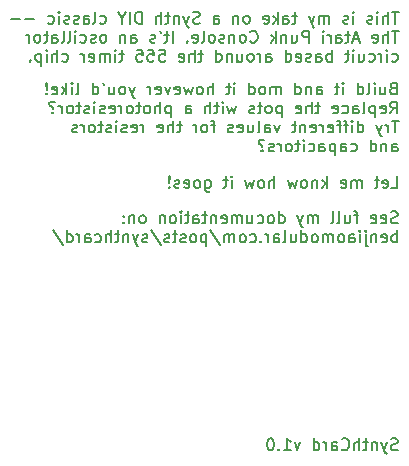
<source format=gbr>
%TF.GenerationSoftware,KiCad,Pcbnew,6.0.8+dfsg-1~bpo11+1*%
%TF.CreationDate,2022-10-27T04:09:56+08:00*%
%TF.ProjectId,SynthCard,53796e74-6843-4617-9264-2e6b69636164,rev?*%
%TF.SameCoordinates,Original*%
%TF.FileFunction,Legend,Bot*%
%TF.FilePolarity,Positive*%
%FSLAX46Y46*%
G04 Gerber Fmt 4.6, Leading zero omitted, Abs format (unit mm)*
G04 Created by KiCad (PCBNEW 6.0.8+dfsg-1~bpo11+1) date 2022-10-27 04:09:56*
%MOMM*%
%LPD*%
G01*
G04 APERTURE LIST*
%ADD10C,0.150000*%
G04 APERTURE END LIST*
D10*
X182712023Y-100099761D02*
X182569166Y-100147380D01*
X182331071Y-100147380D01*
X182235833Y-100099761D01*
X182188214Y-100052142D01*
X182140595Y-99956904D01*
X182140595Y-99861666D01*
X182188214Y-99766428D01*
X182235833Y-99718809D01*
X182331071Y-99671190D01*
X182521547Y-99623571D01*
X182616785Y-99575952D01*
X182664404Y-99528333D01*
X182712023Y-99433095D01*
X182712023Y-99337857D01*
X182664404Y-99242619D01*
X182616785Y-99195000D01*
X182521547Y-99147380D01*
X182283452Y-99147380D01*
X182140595Y-99195000D01*
X181331071Y-100099761D02*
X181426309Y-100147380D01*
X181616785Y-100147380D01*
X181712023Y-100099761D01*
X181759642Y-100004523D01*
X181759642Y-99623571D01*
X181712023Y-99528333D01*
X181616785Y-99480714D01*
X181426309Y-99480714D01*
X181331071Y-99528333D01*
X181283452Y-99623571D01*
X181283452Y-99718809D01*
X181759642Y-99814047D01*
X180473928Y-100099761D02*
X180569166Y-100147380D01*
X180759642Y-100147380D01*
X180854880Y-100099761D01*
X180902500Y-100004523D01*
X180902500Y-99623571D01*
X180854880Y-99528333D01*
X180759642Y-99480714D01*
X180569166Y-99480714D01*
X180473928Y-99528333D01*
X180426309Y-99623571D01*
X180426309Y-99718809D01*
X180902500Y-99814047D01*
X179378690Y-99480714D02*
X178997738Y-99480714D01*
X179235833Y-100147380D02*
X179235833Y-99290238D01*
X179188214Y-99195000D01*
X179092976Y-99147380D01*
X178997738Y-99147380D01*
X178235833Y-99480714D02*
X178235833Y-100147380D01*
X178664404Y-99480714D02*
X178664404Y-100004523D01*
X178616785Y-100099761D01*
X178521547Y-100147380D01*
X178378690Y-100147380D01*
X178283452Y-100099761D01*
X178235833Y-100052142D01*
X177616785Y-100147380D02*
X177712023Y-100099761D01*
X177759642Y-100004523D01*
X177759642Y-99147380D01*
X177092976Y-100147380D02*
X177188214Y-100099761D01*
X177235833Y-100004523D01*
X177235833Y-99147380D01*
X175950119Y-100147380D02*
X175950119Y-99480714D01*
X175950119Y-99575952D02*
X175902500Y-99528333D01*
X175807261Y-99480714D01*
X175664404Y-99480714D01*
X175569166Y-99528333D01*
X175521547Y-99623571D01*
X175521547Y-100147380D01*
X175521547Y-99623571D02*
X175473928Y-99528333D01*
X175378690Y-99480714D01*
X175235833Y-99480714D01*
X175140595Y-99528333D01*
X175092976Y-99623571D01*
X175092976Y-100147380D01*
X174712023Y-99480714D02*
X174473928Y-100147380D01*
X174235833Y-99480714D02*
X174473928Y-100147380D01*
X174569166Y-100385476D01*
X174616785Y-100433095D01*
X174712023Y-100480714D01*
X172664404Y-100147380D02*
X172664404Y-99147380D01*
X172664404Y-100099761D02*
X172759642Y-100147380D01*
X172950119Y-100147380D01*
X173045357Y-100099761D01*
X173092976Y-100052142D01*
X173140595Y-99956904D01*
X173140595Y-99671190D01*
X173092976Y-99575952D01*
X173045357Y-99528333D01*
X172950119Y-99480714D01*
X172759642Y-99480714D01*
X172664404Y-99528333D01*
X172045357Y-100147380D02*
X172140595Y-100099761D01*
X172188214Y-100052142D01*
X172235833Y-99956904D01*
X172235833Y-99671190D01*
X172188214Y-99575952D01*
X172140595Y-99528333D01*
X172045357Y-99480714D01*
X171902500Y-99480714D01*
X171807261Y-99528333D01*
X171759642Y-99575952D01*
X171712023Y-99671190D01*
X171712023Y-99956904D01*
X171759642Y-100052142D01*
X171807261Y-100099761D01*
X171902500Y-100147380D01*
X172045357Y-100147380D01*
X170854880Y-100099761D02*
X170950119Y-100147380D01*
X171140595Y-100147380D01*
X171235833Y-100099761D01*
X171283452Y-100052142D01*
X171331071Y-99956904D01*
X171331071Y-99671190D01*
X171283452Y-99575952D01*
X171235833Y-99528333D01*
X171140595Y-99480714D01*
X170950119Y-99480714D01*
X170854880Y-99528333D01*
X169997738Y-99480714D02*
X169997738Y-100147380D01*
X170426309Y-99480714D02*
X170426309Y-100004523D01*
X170378690Y-100099761D01*
X170283452Y-100147380D01*
X170140595Y-100147380D01*
X170045357Y-100099761D01*
X169997738Y-100052142D01*
X169521547Y-100147380D02*
X169521547Y-99480714D01*
X169521547Y-99575952D02*
X169473928Y-99528333D01*
X169378690Y-99480714D01*
X169235833Y-99480714D01*
X169140595Y-99528333D01*
X169092976Y-99623571D01*
X169092976Y-100147380D01*
X169092976Y-99623571D02*
X169045357Y-99528333D01*
X168950119Y-99480714D01*
X168807261Y-99480714D01*
X168712023Y-99528333D01*
X168664404Y-99623571D01*
X168664404Y-100147380D01*
X167807261Y-100099761D02*
X167902500Y-100147380D01*
X168092976Y-100147380D01*
X168188214Y-100099761D01*
X168235833Y-100004523D01*
X168235833Y-99623571D01*
X168188214Y-99528333D01*
X168092976Y-99480714D01*
X167902500Y-99480714D01*
X167807261Y-99528333D01*
X167759642Y-99623571D01*
X167759642Y-99718809D01*
X168235833Y-99814047D01*
X167331071Y-99480714D02*
X167331071Y-100147380D01*
X167331071Y-99575952D02*
X167283452Y-99528333D01*
X167188214Y-99480714D01*
X167045357Y-99480714D01*
X166950119Y-99528333D01*
X166902500Y-99623571D01*
X166902500Y-100147380D01*
X166569166Y-99480714D02*
X166188214Y-99480714D01*
X166426309Y-99147380D02*
X166426309Y-100004523D01*
X166378690Y-100099761D01*
X166283452Y-100147380D01*
X166188214Y-100147380D01*
X165426309Y-100147380D02*
X165426309Y-99623571D01*
X165473928Y-99528333D01*
X165569166Y-99480714D01*
X165759642Y-99480714D01*
X165854880Y-99528333D01*
X165426309Y-100099761D02*
X165521547Y-100147380D01*
X165759642Y-100147380D01*
X165854880Y-100099761D01*
X165902500Y-100004523D01*
X165902500Y-99909285D01*
X165854880Y-99814047D01*
X165759642Y-99766428D01*
X165521547Y-99766428D01*
X165426309Y-99718809D01*
X165092976Y-99480714D02*
X164712023Y-99480714D01*
X164950119Y-99147380D02*
X164950119Y-100004523D01*
X164902500Y-100099761D01*
X164807261Y-100147380D01*
X164712023Y-100147380D01*
X164378690Y-100147380D02*
X164378690Y-99480714D01*
X164378690Y-99147380D02*
X164426309Y-99195000D01*
X164378690Y-99242619D01*
X164331071Y-99195000D01*
X164378690Y-99147380D01*
X164378690Y-99242619D01*
X163759642Y-100147380D02*
X163854880Y-100099761D01*
X163902500Y-100052142D01*
X163950119Y-99956904D01*
X163950119Y-99671190D01*
X163902500Y-99575952D01*
X163854880Y-99528333D01*
X163759642Y-99480714D01*
X163616785Y-99480714D01*
X163521547Y-99528333D01*
X163473928Y-99575952D01*
X163426309Y-99671190D01*
X163426309Y-99956904D01*
X163473928Y-100052142D01*
X163521547Y-100099761D01*
X163616785Y-100147380D01*
X163759642Y-100147380D01*
X162997738Y-99480714D02*
X162997738Y-100147380D01*
X162997738Y-99575952D02*
X162950119Y-99528333D01*
X162854880Y-99480714D01*
X162712023Y-99480714D01*
X162616785Y-99528333D01*
X162569166Y-99623571D01*
X162569166Y-100147380D01*
X161188214Y-100147380D02*
X161283452Y-100099761D01*
X161331071Y-100052142D01*
X161378690Y-99956904D01*
X161378690Y-99671190D01*
X161331071Y-99575952D01*
X161283452Y-99528333D01*
X161188214Y-99480714D01*
X161045357Y-99480714D01*
X160950119Y-99528333D01*
X160902500Y-99575952D01*
X160854880Y-99671190D01*
X160854880Y-99956904D01*
X160902500Y-100052142D01*
X160950119Y-100099761D01*
X161045357Y-100147380D01*
X161188214Y-100147380D01*
X160426309Y-99480714D02*
X160426309Y-100147380D01*
X160426309Y-99575952D02*
X160378690Y-99528333D01*
X160283452Y-99480714D01*
X160140595Y-99480714D01*
X160045357Y-99528333D01*
X159997738Y-99623571D01*
X159997738Y-100147380D01*
X159521547Y-100052142D02*
X159473928Y-100099761D01*
X159521547Y-100147380D01*
X159569166Y-100099761D01*
X159521547Y-100052142D01*
X159521547Y-100147380D01*
X159521547Y-99528333D02*
X159473928Y-99575952D01*
X159521547Y-99623571D01*
X159569166Y-99575952D01*
X159521547Y-99528333D01*
X159521547Y-99623571D01*
X182664404Y-101757380D02*
X182664404Y-100757380D01*
X182664404Y-101138333D02*
X182569166Y-101090714D01*
X182378690Y-101090714D01*
X182283452Y-101138333D01*
X182235833Y-101185952D01*
X182188214Y-101281190D01*
X182188214Y-101566904D01*
X182235833Y-101662142D01*
X182283452Y-101709761D01*
X182378690Y-101757380D01*
X182569166Y-101757380D01*
X182664404Y-101709761D01*
X181378690Y-101709761D02*
X181473928Y-101757380D01*
X181664404Y-101757380D01*
X181759642Y-101709761D01*
X181807261Y-101614523D01*
X181807261Y-101233571D01*
X181759642Y-101138333D01*
X181664404Y-101090714D01*
X181473928Y-101090714D01*
X181378690Y-101138333D01*
X181331071Y-101233571D01*
X181331071Y-101328809D01*
X181807261Y-101424047D01*
X180902500Y-101090714D02*
X180902500Y-101757380D01*
X180902500Y-101185952D02*
X180854880Y-101138333D01*
X180759642Y-101090714D01*
X180616785Y-101090714D01*
X180521547Y-101138333D01*
X180473928Y-101233571D01*
X180473928Y-101757380D01*
X179997738Y-101090714D02*
X179997738Y-101947857D01*
X180045357Y-102043095D01*
X180140595Y-102090714D01*
X180188214Y-102090714D01*
X179997738Y-100757380D02*
X180045357Y-100805000D01*
X179997738Y-100852619D01*
X179950119Y-100805000D01*
X179997738Y-100757380D01*
X179997738Y-100852619D01*
X179521547Y-101757380D02*
X179521547Y-101090714D01*
X179521547Y-100757380D02*
X179569166Y-100805000D01*
X179521547Y-100852619D01*
X179473928Y-100805000D01*
X179521547Y-100757380D01*
X179521547Y-100852619D01*
X178616785Y-101757380D02*
X178616785Y-101233571D01*
X178664404Y-101138333D01*
X178759642Y-101090714D01*
X178950119Y-101090714D01*
X179045357Y-101138333D01*
X178616785Y-101709761D02*
X178712023Y-101757380D01*
X178950119Y-101757380D01*
X179045357Y-101709761D01*
X179092976Y-101614523D01*
X179092976Y-101519285D01*
X179045357Y-101424047D01*
X178950119Y-101376428D01*
X178712023Y-101376428D01*
X178616785Y-101328809D01*
X177997738Y-101757380D02*
X178092976Y-101709761D01*
X178140595Y-101662142D01*
X178188214Y-101566904D01*
X178188214Y-101281190D01*
X178140595Y-101185952D01*
X178092976Y-101138333D01*
X177997738Y-101090714D01*
X177854880Y-101090714D01*
X177759642Y-101138333D01*
X177712023Y-101185952D01*
X177664404Y-101281190D01*
X177664404Y-101566904D01*
X177712023Y-101662142D01*
X177759642Y-101709761D01*
X177854880Y-101757380D01*
X177997738Y-101757380D01*
X177235833Y-101757380D02*
X177235833Y-101090714D01*
X177235833Y-101185952D02*
X177188214Y-101138333D01*
X177092976Y-101090714D01*
X176950119Y-101090714D01*
X176854880Y-101138333D01*
X176807261Y-101233571D01*
X176807261Y-101757380D01*
X176807261Y-101233571D02*
X176759642Y-101138333D01*
X176664404Y-101090714D01*
X176521547Y-101090714D01*
X176426309Y-101138333D01*
X176378690Y-101233571D01*
X176378690Y-101757380D01*
X175759642Y-101757380D02*
X175854880Y-101709761D01*
X175902500Y-101662142D01*
X175950119Y-101566904D01*
X175950119Y-101281190D01*
X175902500Y-101185952D01*
X175854880Y-101138333D01*
X175759642Y-101090714D01*
X175616785Y-101090714D01*
X175521547Y-101138333D01*
X175473928Y-101185952D01*
X175426309Y-101281190D01*
X175426309Y-101566904D01*
X175473928Y-101662142D01*
X175521547Y-101709761D01*
X175616785Y-101757380D01*
X175759642Y-101757380D01*
X174569166Y-101757380D02*
X174569166Y-100757380D01*
X174569166Y-101709761D02*
X174664404Y-101757380D01*
X174854880Y-101757380D01*
X174950119Y-101709761D01*
X174997738Y-101662142D01*
X175045357Y-101566904D01*
X175045357Y-101281190D01*
X174997738Y-101185952D01*
X174950119Y-101138333D01*
X174854880Y-101090714D01*
X174664404Y-101090714D01*
X174569166Y-101138333D01*
X173664404Y-101090714D02*
X173664404Y-101757380D01*
X174092976Y-101090714D02*
X174092976Y-101614523D01*
X174045357Y-101709761D01*
X173950119Y-101757380D01*
X173807261Y-101757380D01*
X173712023Y-101709761D01*
X173664404Y-101662142D01*
X173045357Y-101757380D02*
X173140595Y-101709761D01*
X173188214Y-101614523D01*
X173188214Y-100757380D01*
X172235833Y-101757380D02*
X172235833Y-101233571D01*
X172283452Y-101138333D01*
X172378690Y-101090714D01*
X172569166Y-101090714D01*
X172664404Y-101138333D01*
X172235833Y-101709761D02*
X172331071Y-101757380D01*
X172569166Y-101757380D01*
X172664404Y-101709761D01*
X172712023Y-101614523D01*
X172712023Y-101519285D01*
X172664404Y-101424047D01*
X172569166Y-101376428D01*
X172331071Y-101376428D01*
X172235833Y-101328809D01*
X171759642Y-101757380D02*
X171759642Y-101090714D01*
X171759642Y-101281190D02*
X171712023Y-101185952D01*
X171664404Y-101138333D01*
X171569166Y-101090714D01*
X171473928Y-101090714D01*
X171140595Y-101662142D02*
X171092976Y-101709761D01*
X171140595Y-101757380D01*
X171188214Y-101709761D01*
X171140595Y-101662142D01*
X171140595Y-101757380D01*
X170235833Y-101709761D02*
X170331071Y-101757380D01*
X170521547Y-101757380D01*
X170616785Y-101709761D01*
X170664404Y-101662142D01*
X170712023Y-101566904D01*
X170712023Y-101281190D01*
X170664404Y-101185952D01*
X170616785Y-101138333D01*
X170521547Y-101090714D01*
X170331071Y-101090714D01*
X170235833Y-101138333D01*
X169664404Y-101757380D02*
X169759642Y-101709761D01*
X169807261Y-101662142D01*
X169854880Y-101566904D01*
X169854880Y-101281190D01*
X169807261Y-101185952D01*
X169759642Y-101138333D01*
X169664404Y-101090714D01*
X169521547Y-101090714D01*
X169426309Y-101138333D01*
X169378690Y-101185952D01*
X169331071Y-101281190D01*
X169331071Y-101566904D01*
X169378690Y-101662142D01*
X169426309Y-101709761D01*
X169521547Y-101757380D01*
X169664404Y-101757380D01*
X168902500Y-101757380D02*
X168902500Y-101090714D01*
X168902500Y-101185952D02*
X168854880Y-101138333D01*
X168759642Y-101090714D01*
X168616785Y-101090714D01*
X168521547Y-101138333D01*
X168473928Y-101233571D01*
X168473928Y-101757380D01*
X168473928Y-101233571D02*
X168426309Y-101138333D01*
X168331071Y-101090714D01*
X168188214Y-101090714D01*
X168092976Y-101138333D01*
X168045357Y-101233571D01*
X168045357Y-101757380D01*
X166854880Y-100709761D02*
X167712023Y-101995476D01*
X166521547Y-101090714D02*
X166521547Y-102090714D01*
X166521547Y-101138333D02*
X166426309Y-101090714D01*
X166235833Y-101090714D01*
X166140595Y-101138333D01*
X166092976Y-101185952D01*
X166045357Y-101281190D01*
X166045357Y-101566904D01*
X166092976Y-101662142D01*
X166140595Y-101709761D01*
X166235833Y-101757380D01*
X166426309Y-101757380D01*
X166521547Y-101709761D01*
X165473928Y-101757380D02*
X165569166Y-101709761D01*
X165616785Y-101662142D01*
X165664404Y-101566904D01*
X165664404Y-101281190D01*
X165616785Y-101185952D01*
X165569166Y-101138333D01*
X165473928Y-101090714D01*
X165331071Y-101090714D01*
X165235833Y-101138333D01*
X165188214Y-101185952D01*
X165140595Y-101281190D01*
X165140595Y-101566904D01*
X165188214Y-101662142D01*
X165235833Y-101709761D01*
X165331071Y-101757380D01*
X165473928Y-101757380D01*
X164759642Y-101709761D02*
X164664404Y-101757380D01*
X164473928Y-101757380D01*
X164378690Y-101709761D01*
X164331071Y-101614523D01*
X164331071Y-101566904D01*
X164378690Y-101471666D01*
X164473928Y-101424047D01*
X164616785Y-101424047D01*
X164712023Y-101376428D01*
X164759642Y-101281190D01*
X164759642Y-101233571D01*
X164712023Y-101138333D01*
X164616785Y-101090714D01*
X164473928Y-101090714D01*
X164378690Y-101138333D01*
X164045357Y-101090714D02*
X163664404Y-101090714D01*
X163902500Y-100757380D02*
X163902500Y-101614523D01*
X163854880Y-101709761D01*
X163759642Y-101757380D01*
X163664404Y-101757380D01*
X163378690Y-101709761D02*
X163283452Y-101757380D01*
X163092976Y-101757380D01*
X162997738Y-101709761D01*
X162950119Y-101614523D01*
X162950119Y-101566904D01*
X162997738Y-101471666D01*
X163092976Y-101424047D01*
X163235833Y-101424047D01*
X163331071Y-101376428D01*
X163378690Y-101281190D01*
X163378690Y-101233571D01*
X163331071Y-101138333D01*
X163235833Y-101090714D01*
X163092976Y-101090714D01*
X162997738Y-101138333D01*
X161807261Y-100709761D02*
X162664404Y-101995476D01*
X161521547Y-101709761D02*
X161426309Y-101757380D01*
X161235833Y-101757380D01*
X161140595Y-101709761D01*
X161092976Y-101614523D01*
X161092976Y-101566904D01*
X161140595Y-101471666D01*
X161235833Y-101424047D01*
X161378690Y-101424047D01*
X161473928Y-101376428D01*
X161521547Y-101281190D01*
X161521547Y-101233571D01*
X161473928Y-101138333D01*
X161378690Y-101090714D01*
X161235833Y-101090714D01*
X161140595Y-101138333D01*
X160759642Y-101090714D02*
X160521547Y-101757380D01*
X160283452Y-101090714D02*
X160521547Y-101757380D01*
X160616785Y-101995476D01*
X160664404Y-102043095D01*
X160759642Y-102090714D01*
X159902500Y-101090714D02*
X159902500Y-101757380D01*
X159902500Y-101185952D02*
X159854880Y-101138333D01*
X159759642Y-101090714D01*
X159616785Y-101090714D01*
X159521547Y-101138333D01*
X159473928Y-101233571D01*
X159473928Y-101757380D01*
X159140595Y-101090714D02*
X158759642Y-101090714D01*
X158997738Y-100757380D02*
X158997738Y-101614523D01*
X158950119Y-101709761D01*
X158854880Y-101757380D01*
X158759642Y-101757380D01*
X158426309Y-101757380D02*
X158426309Y-100757380D01*
X157997738Y-101757380D02*
X157997738Y-101233571D01*
X158045357Y-101138333D01*
X158140595Y-101090714D01*
X158283452Y-101090714D01*
X158378690Y-101138333D01*
X158426309Y-101185952D01*
X157092976Y-101709761D02*
X157188214Y-101757380D01*
X157378690Y-101757380D01*
X157473928Y-101709761D01*
X157521547Y-101662142D01*
X157569166Y-101566904D01*
X157569166Y-101281190D01*
X157521547Y-101185952D01*
X157473928Y-101138333D01*
X157378690Y-101090714D01*
X157188214Y-101090714D01*
X157092976Y-101138333D01*
X156235833Y-101757380D02*
X156235833Y-101233571D01*
X156283452Y-101138333D01*
X156378690Y-101090714D01*
X156569166Y-101090714D01*
X156664404Y-101138333D01*
X156235833Y-101709761D02*
X156331071Y-101757380D01*
X156569166Y-101757380D01*
X156664404Y-101709761D01*
X156712023Y-101614523D01*
X156712023Y-101519285D01*
X156664404Y-101424047D01*
X156569166Y-101376428D01*
X156331071Y-101376428D01*
X156235833Y-101328809D01*
X155759642Y-101757380D02*
X155759642Y-101090714D01*
X155759642Y-101281190D02*
X155712023Y-101185952D01*
X155664404Y-101138333D01*
X155569166Y-101090714D01*
X155473928Y-101090714D01*
X154712023Y-101757380D02*
X154712023Y-100757380D01*
X154712023Y-101709761D02*
X154807261Y-101757380D01*
X154997738Y-101757380D01*
X155092976Y-101709761D01*
X155140595Y-101662142D01*
X155188214Y-101566904D01*
X155188214Y-101281190D01*
X155140595Y-101185952D01*
X155092976Y-101138333D01*
X154997738Y-101090714D01*
X154807261Y-101090714D01*
X154712023Y-101138333D01*
X153521547Y-100709761D02*
X154378690Y-101995476D01*
X182331071Y-88713571D02*
X182188214Y-88761190D01*
X182140595Y-88808809D01*
X182092976Y-88904047D01*
X182092976Y-89046904D01*
X182140595Y-89142142D01*
X182188214Y-89189761D01*
X182283452Y-89237380D01*
X182664404Y-89237380D01*
X182664404Y-88237380D01*
X182331071Y-88237380D01*
X182235833Y-88285000D01*
X182188214Y-88332619D01*
X182140595Y-88427857D01*
X182140595Y-88523095D01*
X182188214Y-88618333D01*
X182235833Y-88665952D01*
X182331071Y-88713571D01*
X182664404Y-88713571D01*
X181235833Y-88570714D02*
X181235833Y-89237380D01*
X181664404Y-88570714D02*
X181664404Y-89094523D01*
X181616785Y-89189761D01*
X181521547Y-89237380D01*
X181378690Y-89237380D01*
X181283452Y-89189761D01*
X181235833Y-89142142D01*
X180759642Y-89237380D02*
X180759642Y-88570714D01*
X180759642Y-88237380D02*
X180807261Y-88285000D01*
X180759642Y-88332619D01*
X180712023Y-88285000D01*
X180759642Y-88237380D01*
X180759642Y-88332619D01*
X180140595Y-89237380D02*
X180235833Y-89189761D01*
X180283452Y-89094523D01*
X180283452Y-88237380D01*
X179331071Y-89237380D02*
X179331071Y-88237380D01*
X179331071Y-89189761D02*
X179426309Y-89237380D01*
X179616785Y-89237380D01*
X179712023Y-89189761D01*
X179759642Y-89142142D01*
X179807261Y-89046904D01*
X179807261Y-88761190D01*
X179759642Y-88665952D01*
X179712023Y-88618333D01*
X179616785Y-88570714D01*
X179426309Y-88570714D01*
X179331071Y-88618333D01*
X178092976Y-89237380D02*
X178092976Y-88570714D01*
X178092976Y-88237380D02*
X178140595Y-88285000D01*
X178092976Y-88332619D01*
X178045357Y-88285000D01*
X178092976Y-88237380D01*
X178092976Y-88332619D01*
X177759642Y-88570714D02*
X177378690Y-88570714D01*
X177616785Y-88237380D02*
X177616785Y-89094523D01*
X177569166Y-89189761D01*
X177473928Y-89237380D01*
X177378690Y-89237380D01*
X175854880Y-89237380D02*
X175854880Y-88713571D01*
X175902500Y-88618333D01*
X175997738Y-88570714D01*
X176188214Y-88570714D01*
X176283452Y-88618333D01*
X175854880Y-89189761D02*
X175950119Y-89237380D01*
X176188214Y-89237380D01*
X176283452Y-89189761D01*
X176331071Y-89094523D01*
X176331071Y-88999285D01*
X176283452Y-88904047D01*
X176188214Y-88856428D01*
X175950119Y-88856428D01*
X175854880Y-88808809D01*
X175378690Y-88570714D02*
X175378690Y-89237380D01*
X175378690Y-88665952D02*
X175331071Y-88618333D01*
X175235833Y-88570714D01*
X175092976Y-88570714D01*
X174997738Y-88618333D01*
X174950119Y-88713571D01*
X174950119Y-89237380D01*
X174045357Y-89237380D02*
X174045357Y-88237380D01*
X174045357Y-89189761D02*
X174140595Y-89237380D01*
X174331071Y-89237380D01*
X174426309Y-89189761D01*
X174473928Y-89142142D01*
X174521547Y-89046904D01*
X174521547Y-88761190D01*
X174473928Y-88665952D01*
X174426309Y-88618333D01*
X174331071Y-88570714D01*
X174140595Y-88570714D01*
X174045357Y-88618333D01*
X172807261Y-89237380D02*
X172807261Y-88570714D01*
X172807261Y-88665952D02*
X172759642Y-88618333D01*
X172664404Y-88570714D01*
X172521547Y-88570714D01*
X172426309Y-88618333D01*
X172378690Y-88713571D01*
X172378690Y-89237380D01*
X172378690Y-88713571D02*
X172331071Y-88618333D01*
X172235833Y-88570714D01*
X172092976Y-88570714D01*
X171997738Y-88618333D01*
X171950119Y-88713571D01*
X171950119Y-89237380D01*
X171331071Y-89237380D02*
X171426309Y-89189761D01*
X171473928Y-89142142D01*
X171521547Y-89046904D01*
X171521547Y-88761190D01*
X171473928Y-88665952D01*
X171426309Y-88618333D01*
X171331071Y-88570714D01*
X171188214Y-88570714D01*
X171092976Y-88618333D01*
X171045357Y-88665952D01*
X170997738Y-88761190D01*
X170997738Y-89046904D01*
X171045357Y-89142142D01*
X171092976Y-89189761D01*
X171188214Y-89237380D01*
X171331071Y-89237380D01*
X170140595Y-89237380D02*
X170140595Y-88237380D01*
X170140595Y-89189761D02*
X170235833Y-89237380D01*
X170426309Y-89237380D01*
X170521547Y-89189761D01*
X170569166Y-89142142D01*
X170616785Y-89046904D01*
X170616785Y-88761190D01*
X170569166Y-88665952D01*
X170521547Y-88618333D01*
X170426309Y-88570714D01*
X170235833Y-88570714D01*
X170140595Y-88618333D01*
X168902500Y-89237380D02*
X168902500Y-88570714D01*
X168902500Y-88237380D02*
X168950119Y-88285000D01*
X168902500Y-88332619D01*
X168854880Y-88285000D01*
X168902500Y-88237380D01*
X168902500Y-88332619D01*
X168569166Y-88570714D02*
X168188214Y-88570714D01*
X168426309Y-88237380D02*
X168426309Y-89094523D01*
X168378690Y-89189761D01*
X168283452Y-89237380D01*
X168188214Y-89237380D01*
X167092976Y-89237380D02*
X167092976Y-88237380D01*
X166664404Y-89237380D02*
X166664404Y-88713571D01*
X166712023Y-88618333D01*
X166807261Y-88570714D01*
X166950119Y-88570714D01*
X167045357Y-88618333D01*
X167092976Y-88665952D01*
X166045357Y-89237380D02*
X166140595Y-89189761D01*
X166188214Y-89142142D01*
X166235833Y-89046904D01*
X166235833Y-88761190D01*
X166188214Y-88665952D01*
X166140595Y-88618333D01*
X166045357Y-88570714D01*
X165902500Y-88570714D01*
X165807261Y-88618333D01*
X165759642Y-88665952D01*
X165712023Y-88761190D01*
X165712023Y-89046904D01*
X165759642Y-89142142D01*
X165807261Y-89189761D01*
X165902500Y-89237380D01*
X166045357Y-89237380D01*
X165378690Y-88570714D02*
X165188214Y-89237380D01*
X164997738Y-88761190D01*
X164807261Y-89237380D01*
X164616785Y-88570714D01*
X163854880Y-89189761D02*
X163950119Y-89237380D01*
X164140595Y-89237380D01*
X164235833Y-89189761D01*
X164283452Y-89094523D01*
X164283452Y-88713571D01*
X164235833Y-88618333D01*
X164140595Y-88570714D01*
X163950119Y-88570714D01*
X163854880Y-88618333D01*
X163807261Y-88713571D01*
X163807261Y-88808809D01*
X164283452Y-88904047D01*
X163473928Y-88570714D02*
X163235833Y-89237380D01*
X162997738Y-88570714D01*
X162235833Y-89189761D02*
X162331071Y-89237380D01*
X162521547Y-89237380D01*
X162616785Y-89189761D01*
X162664404Y-89094523D01*
X162664404Y-88713571D01*
X162616785Y-88618333D01*
X162521547Y-88570714D01*
X162331071Y-88570714D01*
X162235833Y-88618333D01*
X162188214Y-88713571D01*
X162188214Y-88808809D01*
X162664404Y-88904047D01*
X161759642Y-89237380D02*
X161759642Y-88570714D01*
X161759642Y-88761190D02*
X161712023Y-88665952D01*
X161664404Y-88618333D01*
X161569166Y-88570714D01*
X161473928Y-88570714D01*
X160473928Y-88570714D02*
X160235833Y-89237380D01*
X159997738Y-88570714D02*
X160235833Y-89237380D01*
X160331071Y-89475476D01*
X160378690Y-89523095D01*
X160473928Y-89570714D01*
X159473928Y-89237380D02*
X159569166Y-89189761D01*
X159616785Y-89142142D01*
X159664404Y-89046904D01*
X159664404Y-88761190D01*
X159616785Y-88665952D01*
X159569166Y-88618333D01*
X159473928Y-88570714D01*
X159331071Y-88570714D01*
X159235833Y-88618333D01*
X159188214Y-88665952D01*
X159140595Y-88761190D01*
X159140595Y-89046904D01*
X159188214Y-89142142D01*
X159235833Y-89189761D01*
X159331071Y-89237380D01*
X159473928Y-89237380D01*
X158283452Y-88570714D02*
X158283452Y-89237380D01*
X158712023Y-88570714D02*
X158712023Y-89094523D01*
X158664404Y-89189761D01*
X158569166Y-89237380D01*
X158426309Y-89237380D01*
X158331071Y-89189761D01*
X158283452Y-89142142D01*
X157759642Y-88237380D02*
X157854880Y-88427857D01*
X156902500Y-89237380D02*
X156902500Y-88237380D01*
X156902500Y-89189761D02*
X156997738Y-89237380D01*
X157188214Y-89237380D01*
X157283452Y-89189761D01*
X157331071Y-89142142D01*
X157378690Y-89046904D01*
X157378690Y-88761190D01*
X157331071Y-88665952D01*
X157283452Y-88618333D01*
X157188214Y-88570714D01*
X156997738Y-88570714D01*
X156902500Y-88618333D01*
X155521547Y-89237380D02*
X155616785Y-89189761D01*
X155664404Y-89094523D01*
X155664404Y-88237380D01*
X155140595Y-89237380D02*
X155140595Y-88570714D01*
X155140595Y-88237380D02*
X155188214Y-88285000D01*
X155140595Y-88332619D01*
X155092976Y-88285000D01*
X155140595Y-88237380D01*
X155140595Y-88332619D01*
X154664404Y-89237380D02*
X154664404Y-88237380D01*
X154569166Y-88856428D02*
X154283452Y-89237380D01*
X154283452Y-88570714D02*
X154664404Y-88951666D01*
X153473928Y-89189761D02*
X153569166Y-89237380D01*
X153759642Y-89237380D01*
X153854880Y-89189761D01*
X153902500Y-89094523D01*
X153902500Y-88713571D01*
X153854880Y-88618333D01*
X153759642Y-88570714D01*
X153569166Y-88570714D01*
X153473928Y-88618333D01*
X153426309Y-88713571D01*
X153426309Y-88808809D01*
X153902500Y-88904047D01*
X152997738Y-89142142D02*
X152950119Y-89189761D01*
X152997738Y-89237380D01*
X153045357Y-89189761D01*
X152997738Y-89142142D01*
X152997738Y-89237380D01*
X152997738Y-88856428D02*
X153045357Y-88285000D01*
X152997738Y-88237380D01*
X152950119Y-88285000D01*
X152997738Y-88856428D01*
X152997738Y-88237380D01*
X182092976Y-90847380D02*
X182426309Y-90371190D01*
X182664404Y-90847380D02*
X182664404Y-89847380D01*
X182283452Y-89847380D01*
X182188214Y-89895000D01*
X182140595Y-89942619D01*
X182092976Y-90037857D01*
X182092976Y-90180714D01*
X182140595Y-90275952D01*
X182188214Y-90323571D01*
X182283452Y-90371190D01*
X182664404Y-90371190D01*
X181283452Y-90799761D02*
X181378690Y-90847380D01*
X181569166Y-90847380D01*
X181664404Y-90799761D01*
X181712023Y-90704523D01*
X181712023Y-90323571D01*
X181664404Y-90228333D01*
X181569166Y-90180714D01*
X181378690Y-90180714D01*
X181283452Y-90228333D01*
X181235833Y-90323571D01*
X181235833Y-90418809D01*
X181712023Y-90514047D01*
X180807261Y-90180714D02*
X180807261Y-91180714D01*
X180807261Y-90228333D02*
X180712023Y-90180714D01*
X180521547Y-90180714D01*
X180426309Y-90228333D01*
X180378690Y-90275952D01*
X180331071Y-90371190D01*
X180331071Y-90656904D01*
X180378690Y-90752142D01*
X180426309Y-90799761D01*
X180521547Y-90847380D01*
X180712023Y-90847380D01*
X180807261Y-90799761D01*
X179759642Y-90847380D02*
X179854880Y-90799761D01*
X179902500Y-90704523D01*
X179902500Y-89847380D01*
X178950119Y-90847380D02*
X178950119Y-90323571D01*
X178997738Y-90228333D01*
X179092976Y-90180714D01*
X179283452Y-90180714D01*
X179378690Y-90228333D01*
X178950119Y-90799761D02*
X179045357Y-90847380D01*
X179283452Y-90847380D01*
X179378690Y-90799761D01*
X179426309Y-90704523D01*
X179426309Y-90609285D01*
X179378690Y-90514047D01*
X179283452Y-90466428D01*
X179045357Y-90466428D01*
X178950119Y-90418809D01*
X178045357Y-90799761D02*
X178140595Y-90847380D01*
X178331071Y-90847380D01*
X178426309Y-90799761D01*
X178473928Y-90752142D01*
X178521547Y-90656904D01*
X178521547Y-90371190D01*
X178473928Y-90275952D01*
X178426309Y-90228333D01*
X178331071Y-90180714D01*
X178140595Y-90180714D01*
X178045357Y-90228333D01*
X177235833Y-90799761D02*
X177331071Y-90847380D01*
X177521547Y-90847380D01*
X177616785Y-90799761D01*
X177664404Y-90704523D01*
X177664404Y-90323571D01*
X177616785Y-90228333D01*
X177521547Y-90180714D01*
X177331071Y-90180714D01*
X177235833Y-90228333D01*
X177188214Y-90323571D01*
X177188214Y-90418809D01*
X177664404Y-90514047D01*
X176140595Y-90180714D02*
X175759642Y-90180714D01*
X175997738Y-89847380D02*
X175997738Y-90704523D01*
X175950119Y-90799761D01*
X175854880Y-90847380D01*
X175759642Y-90847380D01*
X175426309Y-90847380D02*
X175426309Y-89847380D01*
X174997738Y-90847380D02*
X174997738Y-90323571D01*
X175045357Y-90228333D01*
X175140595Y-90180714D01*
X175283452Y-90180714D01*
X175378690Y-90228333D01*
X175426309Y-90275952D01*
X174140595Y-90799761D02*
X174235833Y-90847380D01*
X174426309Y-90847380D01*
X174521547Y-90799761D01*
X174569166Y-90704523D01*
X174569166Y-90323571D01*
X174521547Y-90228333D01*
X174426309Y-90180714D01*
X174235833Y-90180714D01*
X174140595Y-90228333D01*
X174092976Y-90323571D01*
X174092976Y-90418809D01*
X174569166Y-90514047D01*
X172902500Y-90180714D02*
X172902500Y-91180714D01*
X172902500Y-90228333D02*
X172807261Y-90180714D01*
X172616785Y-90180714D01*
X172521547Y-90228333D01*
X172473928Y-90275952D01*
X172426309Y-90371190D01*
X172426309Y-90656904D01*
X172473928Y-90752142D01*
X172521547Y-90799761D01*
X172616785Y-90847380D01*
X172807261Y-90847380D01*
X172902500Y-90799761D01*
X171854880Y-90847380D02*
X171950119Y-90799761D01*
X171997738Y-90752142D01*
X172045357Y-90656904D01*
X172045357Y-90371190D01*
X171997738Y-90275952D01*
X171950119Y-90228333D01*
X171854880Y-90180714D01*
X171712023Y-90180714D01*
X171616785Y-90228333D01*
X171569166Y-90275952D01*
X171521547Y-90371190D01*
X171521547Y-90656904D01*
X171569166Y-90752142D01*
X171616785Y-90799761D01*
X171712023Y-90847380D01*
X171854880Y-90847380D01*
X171235833Y-90180714D02*
X170854880Y-90180714D01*
X171092976Y-89847380D02*
X171092976Y-90704523D01*
X171045357Y-90799761D01*
X170950119Y-90847380D01*
X170854880Y-90847380D01*
X170569166Y-90799761D02*
X170473928Y-90847380D01*
X170283452Y-90847380D01*
X170188214Y-90799761D01*
X170140595Y-90704523D01*
X170140595Y-90656904D01*
X170188214Y-90561666D01*
X170283452Y-90514047D01*
X170426309Y-90514047D01*
X170521547Y-90466428D01*
X170569166Y-90371190D01*
X170569166Y-90323571D01*
X170521547Y-90228333D01*
X170426309Y-90180714D01*
X170283452Y-90180714D01*
X170188214Y-90228333D01*
X169045357Y-90180714D02*
X168854880Y-90847380D01*
X168664404Y-90371190D01*
X168473928Y-90847380D01*
X168283452Y-90180714D01*
X167902500Y-90847380D02*
X167902500Y-90180714D01*
X167902500Y-89847380D02*
X167950119Y-89895000D01*
X167902500Y-89942619D01*
X167854880Y-89895000D01*
X167902500Y-89847380D01*
X167902500Y-89942619D01*
X167569166Y-90180714D02*
X167188214Y-90180714D01*
X167426309Y-89847380D02*
X167426309Y-90704523D01*
X167378690Y-90799761D01*
X167283452Y-90847380D01*
X167188214Y-90847380D01*
X166854880Y-90847380D02*
X166854880Y-89847380D01*
X166426309Y-90847380D02*
X166426309Y-90323571D01*
X166473928Y-90228333D01*
X166569166Y-90180714D01*
X166712023Y-90180714D01*
X166807261Y-90228333D01*
X166854880Y-90275952D01*
X164759642Y-90847380D02*
X164759642Y-90323571D01*
X164807261Y-90228333D01*
X164902500Y-90180714D01*
X165092976Y-90180714D01*
X165188214Y-90228333D01*
X164759642Y-90799761D02*
X164854880Y-90847380D01*
X165092976Y-90847380D01*
X165188214Y-90799761D01*
X165235833Y-90704523D01*
X165235833Y-90609285D01*
X165188214Y-90514047D01*
X165092976Y-90466428D01*
X164854880Y-90466428D01*
X164759642Y-90418809D01*
X163521547Y-90180714D02*
X163521547Y-91180714D01*
X163521547Y-90228333D02*
X163426309Y-90180714D01*
X163235833Y-90180714D01*
X163140595Y-90228333D01*
X163092976Y-90275952D01*
X163045357Y-90371190D01*
X163045357Y-90656904D01*
X163092976Y-90752142D01*
X163140595Y-90799761D01*
X163235833Y-90847380D01*
X163426309Y-90847380D01*
X163521547Y-90799761D01*
X162616785Y-90847380D02*
X162616785Y-89847380D01*
X162188214Y-90847380D02*
X162188214Y-90323571D01*
X162235833Y-90228333D01*
X162331071Y-90180714D01*
X162473928Y-90180714D01*
X162569166Y-90228333D01*
X162616785Y-90275952D01*
X161569166Y-90847380D02*
X161664404Y-90799761D01*
X161712023Y-90752142D01*
X161759642Y-90656904D01*
X161759642Y-90371190D01*
X161712023Y-90275952D01*
X161664404Y-90228333D01*
X161569166Y-90180714D01*
X161426309Y-90180714D01*
X161331071Y-90228333D01*
X161283452Y-90275952D01*
X161235833Y-90371190D01*
X161235833Y-90656904D01*
X161283452Y-90752142D01*
X161331071Y-90799761D01*
X161426309Y-90847380D01*
X161569166Y-90847380D01*
X160950119Y-90180714D02*
X160569166Y-90180714D01*
X160807261Y-89847380D02*
X160807261Y-90704523D01*
X160759642Y-90799761D01*
X160664404Y-90847380D01*
X160569166Y-90847380D01*
X160092976Y-90847380D02*
X160188214Y-90799761D01*
X160235833Y-90752142D01*
X160283452Y-90656904D01*
X160283452Y-90371190D01*
X160235833Y-90275952D01*
X160188214Y-90228333D01*
X160092976Y-90180714D01*
X159950119Y-90180714D01*
X159854880Y-90228333D01*
X159807261Y-90275952D01*
X159759642Y-90371190D01*
X159759642Y-90656904D01*
X159807261Y-90752142D01*
X159854880Y-90799761D01*
X159950119Y-90847380D01*
X160092976Y-90847380D01*
X159331071Y-90847380D02*
X159331071Y-90180714D01*
X159331071Y-90371190D02*
X159283452Y-90275952D01*
X159235833Y-90228333D01*
X159140595Y-90180714D01*
X159045357Y-90180714D01*
X158331071Y-90799761D02*
X158426309Y-90847380D01*
X158616785Y-90847380D01*
X158712023Y-90799761D01*
X158759642Y-90704523D01*
X158759642Y-90323571D01*
X158712023Y-90228333D01*
X158616785Y-90180714D01*
X158426309Y-90180714D01*
X158331071Y-90228333D01*
X158283452Y-90323571D01*
X158283452Y-90418809D01*
X158759642Y-90514047D01*
X157902500Y-90799761D02*
X157807261Y-90847380D01*
X157616785Y-90847380D01*
X157521547Y-90799761D01*
X157473928Y-90704523D01*
X157473928Y-90656904D01*
X157521547Y-90561666D01*
X157616785Y-90514047D01*
X157759642Y-90514047D01*
X157854880Y-90466428D01*
X157902500Y-90371190D01*
X157902500Y-90323571D01*
X157854880Y-90228333D01*
X157759642Y-90180714D01*
X157616785Y-90180714D01*
X157521547Y-90228333D01*
X157045357Y-90847380D02*
X157045357Y-90180714D01*
X157045357Y-89847380D02*
X157092976Y-89895000D01*
X157045357Y-89942619D01*
X156997738Y-89895000D01*
X157045357Y-89847380D01*
X157045357Y-89942619D01*
X156616785Y-90799761D02*
X156521547Y-90847380D01*
X156331071Y-90847380D01*
X156235833Y-90799761D01*
X156188214Y-90704523D01*
X156188214Y-90656904D01*
X156235833Y-90561666D01*
X156331071Y-90514047D01*
X156473928Y-90514047D01*
X156569166Y-90466428D01*
X156616785Y-90371190D01*
X156616785Y-90323571D01*
X156569166Y-90228333D01*
X156473928Y-90180714D01*
X156331071Y-90180714D01*
X156235833Y-90228333D01*
X155902500Y-90180714D02*
X155521547Y-90180714D01*
X155759642Y-89847380D02*
X155759642Y-90704523D01*
X155712023Y-90799761D01*
X155616785Y-90847380D01*
X155521547Y-90847380D01*
X155045357Y-90847380D02*
X155140595Y-90799761D01*
X155188214Y-90752142D01*
X155235833Y-90656904D01*
X155235833Y-90371190D01*
X155188214Y-90275952D01*
X155140595Y-90228333D01*
X155045357Y-90180714D01*
X154902500Y-90180714D01*
X154807261Y-90228333D01*
X154759642Y-90275952D01*
X154712023Y-90371190D01*
X154712023Y-90656904D01*
X154759642Y-90752142D01*
X154807261Y-90799761D01*
X154902500Y-90847380D01*
X155045357Y-90847380D01*
X154283452Y-90847380D02*
X154283452Y-90180714D01*
X154283452Y-90371190D02*
X154235833Y-90275952D01*
X154188214Y-90228333D01*
X154092976Y-90180714D01*
X153997738Y-90180714D01*
X153521547Y-90752142D02*
X153473928Y-90799761D01*
X153521547Y-90847380D01*
X153569166Y-90799761D01*
X153521547Y-90752142D01*
X153521547Y-90847380D01*
X153712023Y-89895000D02*
X153616785Y-89847380D01*
X153378690Y-89847380D01*
X153283452Y-89895000D01*
X153235833Y-89990238D01*
X153235833Y-90085476D01*
X153283452Y-90180714D01*
X153331071Y-90228333D01*
X153426309Y-90275952D01*
X153473928Y-90323571D01*
X153521547Y-90418809D01*
X153521547Y-90466428D01*
X182807261Y-91457380D02*
X182235833Y-91457380D01*
X182521547Y-92457380D02*
X182521547Y-91457380D01*
X181902500Y-92457380D02*
X181902500Y-91790714D01*
X181902500Y-91981190D02*
X181854880Y-91885952D01*
X181807261Y-91838333D01*
X181712023Y-91790714D01*
X181616785Y-91790714D01*
X181378690Y-91790714D02*
X181140595Y-92457380D01*
X180902500Y-91790714D02*
X181140595Y-92457380D01*
X181235833Y-92695476D01*
X181283452Y-92743095D01*
X181378690Y-92790714D01*
X179331071Y-92457380D02*
X179331071Y-91457380D01*
X179331071Y-92409761D02*
X179426309Y-92457380D01*
X179616785Y-92457380D01*
X179712023Y-92409761D01*
X179759642Y-92362142D01*
X179807261Y-92266904D01*
X179807261Y-91981190D01*
X179759642Y-91885952D01*
X179712023Y-91838333D01*
X179616785Y-91790714D01*
X179426309Y-91790714D01*
X179331071Y-91838333D01*
X178854880Y-92457380D02*
X178854880Y-91790714D01*
X178854880Y-91457380D02*
X178902500Y-91505000D01*
X178854880Y-91552619D01*
X178807261Y-91505000D01*
X178854880Y-91457380D01*
X178854880Y-91552619D01*
X178521547Y-91790714D02*
X178140595Y-91790714D01*
X178378690Y-92457380D02*
X178378690Y-91600238D01*
X178331071Y-91505000D01*
X178235833Y-91457380D01*
X178140595Y-91457380D01*
X177950119Y-91790714D02*
X177569166Y-91790714D01*
X177807261Y-92457380D02*
X177807261Y-91600238D01*
X177759642Y-91505000D01*
X177664404Y-91457380D01*
X177569166Y-91457380D01*
X176854880Y-92409761D02*
X176950119Y-92457380D01*
X177140595Y-92457380D01*
X177235833Y-92409761D01*
X177283452Y-92314523D01*
X177283452Y-91933571D01*
X177235833Y-91838333D01*
X177140595Y-91790714D01*
X176950119Y-91790714D01*
X176854880Y-91838333D01*
X176807261Y-91933571D01*
X176807261Y-92028809D01*
X177283452Y-92124047D01*
X176378690Y-92457380D02*
X176378690Y-91790714D01*
X176378690Y-91981190D02*
X176331071Y-91885952D01*
X176283452Y-91838333D01*
X176188214Y-91790714D01*
X176092976Y-91790714D01*
X175378690Y-92409761D02*
X175473928Y-92457380D01*
X175664404Y-92457380D01*
X175759642Y-92409761D01*
X175807261Y-92314523D01*
X175807261Y-91933571D01*
X175759642Y-91838333D01*
X175664404Y-91790714D01*
X175473928Y-91790714D01*
X175378690Y-91838333D01*
X175331071Y-91933571D01*
X175331071Y-92028809D01*
X175807261Y-92124047D01*
X174902500Y-91790714D02*
X174902500Y-92457380D01*
X174902500Y-91885952D02*
X174854880Y-91838333D01*
X174759642Y-91790714D01*
X174616785Y-91790714D01*
X174521547Y-91838333D01*
X174473928Y-91933571D01*
X174473928Y-92457380D01*
X174140595Y-91790714D02*
X173759642Y-91790714D01*
X173997738Y-91457380D02*
X173997738Y-92314523D01*
X173950119Y-92409761D01*
X173854880Y-92457380D01*
X173759642Y-92457380D01*
X172759642Y-91790714D02*
X172521547Y-92457380D01*
X172283452Y-91790714D01*
X171473928Y-92457380D02*
X171473928Y-91933571D01*
X171521547Y-91838333D01*
X171616785Y-91790714D01*
X171807261Y-91790714D01*
X171902500Y-91838333D01*
X171473928Y-92409761D02*
X171569166Y-92457380D01*
X171807261Y-92457380D01*
X171902500Y-92409761D01*
X171950119Y-92314523D01*
X171950119Y-92219285D01*
X171902500Y-92124047D01*
X171807261Y-92076428D01*
X171569166Y-92076428D01*
X171473928Y-92028809D01*
X170854880Y-92457380D02*
X170950119Y-92409761D01*
X170997738Y-92314523D01*
X170997738Y-91457380D01*
X170045357Y-91790714D02*
X170045357Y-92457380D01*
X170473928Y-91790714D02*
X170473928Y-92314523D01*
X170426309Y-92409761D01*
X170331071Y-92457380D01*
X170188214Y-92457380D01*
X170092976Y-92409761D01*
X170045357Y-92362142D01*
X169188214Y-92409761D02*
X169283452Y-92457380D01*
X169473928Y-92457380D01*
X169569166Y-92409761D01*
X169616785Y-92314523D01*
X169616785Y-91933571D01*
X169569166Y-91838333D01*
X169473928Y-91790714D01*
X169283452Y-91790714D01*
X169188214Y-91838333D01*
X169140595Y-91933571D01*
X169140595Y-92028809D01*
X169616785Y-92124047D01*
X168759642Y-92409761D02*
X168664404Y-92457380D01*
X168473928Y-92457380D01*
X168378690Y-92409761D01*
X168331071Y-92314523D01*
X168331071Y-92266904D01*
X168378690Y-92171666D01*
X168473928Y-92124047D01*
X168616785Y-92124047D01*
X168712023Y-92076428D01*
X168759642Y-91981190D01*
X168759642Y-91933571D01*
X168712023Y-91838333D01*
X168616785Y-91790714D01*
X168473928Y-91790714D01*
X168378690Y-91838333D01*
X167283452Y-91790714D02*
X166902500Y-91790714D01*
X167140595Y-92457380D02*
X167140595Y-91600238D01*
X167092976Y-91505000D01*
X166997738Y-91457380D01*
X166902500Y-91457380D01*
X166426309Y-92457380D02*
X166521547Y-92409761D01*
X166569166Y-92362142D01*
X166616785Y-92266904D01*
X166616785Y-91981190D01*
X166569166Y-91885952D01*
X166521547Y-91838333D01*
X166426309Y-91790714D01*
X166283452Y-91790714D01*
X166188214Y-91838333D01*
X166140595Y-91885952D01*
X166092976Y-91981190D01*
X166092976Y-92266904D01*
X166140595Y-92362142D01*
X166188214Y-92409761D01*
X166283452Y-92457380D01*
X166426309Y-92457380D01*
X165664404Y-92457380D02*
X165664404Y-91790714D01*
X165664404Y-91981190D02*
X165616785Y-91885952D01*
X165569166Y-91838333D01*
X165473928Y-91790714D01*
X165378690Y-91790714D01*
X164426309Y-91790714D02*
X164045357Y-91790714D01*
X164283452Y-91457380D02*
X164283452Y-92314523D01*
X164235833Y-92409761D01*
X164140595Y-92457380D01*
X164045357Y-92457380D01*
X163712023Y-92457380D02*
X163712023Y-91457380D01*
X163283452Y-92457380D02*
X163283452Y-91933571D01*
X163331071Y-91838333D01*
X163426309Y-91790714D01*
X163569166Y-91790714D01*
X163664404Y-91838333D01*
X163712023Y-91885952D01*
X162426309Y-92409761D02*
X162521547Y-92457380D01*
X162712023Y-92457380D01*
X162807261Y-92409761D01*
X162854880Y-92314523D01*
X162854880Y-91933571D01*
X162807261Y-91838333D01*
X162712023Y-91790714D01*
X162521547Y-91790714D01*
X162426309Y-91838333D01*
X162378690Y-91933571D01*
X162378690Y-92028809D01*
X162854880Y-92124047D01*
X161188214Y-92457380D02*
X161188214Y-91790714D01*
X161188214Y-91981190D02*
X161140595Y-91885952D01*
X161092976Y-91838333D01*
X160997738Y-91790714D01*
X160902500Y-91790714D01*
X160188214Y-92409761D02*
X160283452Y-92457380D01*
X160473928Y-92457380D01*
X160569166Y-92409761D01*
X160616785Y-92314523D01*
X160616785Y-91933571D01*
X160569166Y-91838333D01*
X160473928Y-91790714D01*
X160283452Y-91790714D01*
X160188214Y-91838333D01*
X160140595Y-91933571D01*
X160140595Y-92028809D01*
X160616785Y-92124047D01*
X159759642Y-92409761D02*
X159664404Y-92457380D01*
X159473928Y-92457380D01*
X159378690Y-92409761D01*
X159331071Y-92314523D01*
X159331071Y-92266904D01*
X159378690Y-92171666D01*
X159473928Y-92124047D01*
X159616785Y-92124047D01*
X159712023Y-92076428D01*
X159759642Y-91981190D01*
X159759642Y-91933571D01*
X159712023Y-91838333D01*
X159616785Y-91790714D01*
X159473928Y-91790714D01*
X159378690Y-91838333D01*
X158902500Y-92457380D02*
X158902500Y-91790714D01*
X158902500Y-91457380D02*
X158950119Y-91505000D01*
X158902500Y-91552619D01*
X158854880Y-91505000D01*
X158902500Y-91457380D01*
X158902500Y-91552619D01*
X158473928Y-92409761D02*
X158378690Y-92457380D01*
X158188214Y-92457380D01*
X158092976Y-92409761D01*
X158045357Y-92314523D01*
X158045357Y-92266904D01*
X158092976Y-92171666D01*
X158188214Y-92124047D01*
X158331071Y-92124047D01*
X158426309Y-92076428D01*
X158473928Y-91981190D01*
X158473928Y-91933571D01*
X158426309Y-91838333D01*
X158331071Y-91790714D01*
X158188214Y-91790714D01*
X158092976Y-91838333D01*
X157759642Y-91790714D02*
X157378690Y-91790714D01*
X157616785Y-91457380D02*
X157616785Y-92314523D01*
X157569166Y-92409761D01*
X157473928Y-92457380D01*
X157378690Y-92457380D01*
X156902500Y-92457380D02*
X156997738Y-92409761D01*
X157045357Y-92362142D01*
X157092976Y-92266904D01*
X157092976Y-91981190D01*
X157045357Y-91885952D01*
X156997738Y-91838333D01*
X156902500Y-91790714D01*
X156759642Y-91790714D01*
X156664404Y-91838333D01*
X156616785Y-91885952D01*
X156569166Y-91981190D01*
X156569166Y-92266904D01*
X156616785Y-92362142D01*
X156664404Y-92409761D01*
X156759642Y-92457380D01*
X156902500Y-92457380D01*
X156140595Y-92457380D02*
X156140595Y-91790714D01*
X156140595Y-91981190D02*
X156092976Y-91885952D01*
X156045357Y-91838333D01*
X155950119Y-91790714D01*
X155854880Y-91790714D01*
X155569166Y-92409761D02*
X155473928Y-92457380D01*
X155283452Y-92457380D01*
X155188214Y-92409761D01*
X155140595Y-92314523D01*
X155140595Y-92266904D01*
X155188214Y-92171666D01*
X155283452Y-92124047D01*
X155426309Y-92124047D01*
X155521547Y-92076428D01*
X155569166Y-91981190D01*
X155569166Y-91933571D01*
X155521547Y-91838333D01*
X155426309Y-91790714D01*
X155283452Y-91790714D01*
X155188214Y-91838333D01*
X182235833Y-94067380D02*
X182235833Y-93543571D01*
X182283452Y-93448333D01*
X182378690Y-93400714D01*
X182569166Y-93400714D01*
X182664404Y-93448333D01*
X182235833Y-94019761D02*
X182331071Y-94067380D01*
X182569166Y-94067380D01*
X182664404Y-94019761D01*
X182712023Y-93924523D01*
X182712023Y-93829285D01*
X182664404Y-93734047D01*
X182569166Y-93686428D01*
X182331071Y-93686428D01*
X182235833Y-93638809D01*
X181759642Y-93400714D02*
X181759642Y-94067380D01*
X181759642Y-93495952D02*
X181712023Y-93448333D01*
X181616785Y-93400714D01*
X181473928Y-93400714D01*
X181378690Y-93448333D01*
X181331071Y-93543571D01*
X181331071Y-94067380D01*
X180426309Y-94067380D02*
X180426309Y-93067380D01*
X180426309Y-94019761D02*
X180521547Y-94067380D01*
X180712023Y-94067380D01*
X180807261Y-94019761D01*
X180854880Y-93972142D01*
X180902500Y-93876904D01*
X180902500Y-93591190D01*
X180854880Y-93495952D01*
X180807261Y-93448333D01*
X180712023Y-93400714D01*
X180521547Y-93400714D01*
X180426309Y-93448333D01*
X178759642Y-94019761D02*
X178854880Y-94067380D01*
X179045357Y-94067380D01*
X179140595Y-94019761D01*
X179188214Y-93972142D01*
X179235833Y-93876904D01*
X179235833Y-93591190D01*
X179188214Y-93495952D01*
X179140595Y-93448333D01*
X179045357Y-93400714D01*
X178854880Y-93400714D01*
X178759642Y-93448333D01*
X177902500Y-94067380D02*
X177902500Y-93543571D01*
X177950119Y-93448333D01*
X178045357Y-93400714D01*
X178235833Y-93400714D01*
X178331071Y-93448333D01*
X177902500Y-94019761D02*
X177997738Y-94067380D01*
X178235833Y-94067380D01*
X178331071Y-94019761D01*
X178378690Y-93924523D01*
X178378690Y-93829285D01*
X178331071Y-93734047D01*
X178235833Y-93686428D01*
X177997738Y-93686428D01*
X177902500Y-93638809D01*
X177426309Y-93400714D02*
X177426309Y-94400714D01*
X177426309Y-93448333D02*
X177331071Y-93400714D01*
X177140595Y-93400714D01*
X177045357Y-93448333D01*
X176997738Y-93495952D01*
X176950119Y-93591190D01*
X176950119Y-93876904D01*
X176997738Y-93972142D01*
X177045357Y-94019761D01*
X177140595Y-94067380D01*
X177331071Y-94067380D01*
X177426309Y-94019761D01*
X176092976Y-94067380D02*
X176092976Y-93543571D01*
X176140595Y-93448333D01*
X176235833Y-93400714D01*
X176426309Y-93400714D01*
X176521547Y-93448333D01*
X176092976Y-94019761D02*
X176188214Y-94067380D01*
X176426309Y-94067380D01*
X176521547Y-94019761D01*
X176569166Y-93924523D01*
X176569166Y-93829285D01*
X176521547Y-93734047D01*
X176426309Y-93686428D01*
X176188214Y-93686428D01*
X176092976Y-93638809D01*
X175188214Y-94019761D02*
X175283452Y-94067380D01*
X175473928Y-94067380D01*
X175569166Y-94019761D01*
X175616785Y-93972142D01*
X175664404Y-93876904D01*
X175664404Y-93591190D01*
X175616785Y-93495952D01*
X175569166Y-93448333D01*
X175473928Y-93400714D01*
X175283452Y-93400714D01*
X175188214Y-93448333D01*
X174759642Y-94067380D02*
X174759642Y-93400714D01*
X174759642Y-93067380D02*
X174807261Y-93115000D01*
X174759642Y-93162619D01*
X174712023Y-93115000D01*
X174759642Y-93067380D01*
X174759642Y-93162619D01*
X174426309Y-93400714D02*
X174045357Y-93400714D01*
X174283452Y-93067380D02*
X174283452Y-93924523D01*
X174235833Y-94019761D01*
X174140595Y-94067380D01*
X174045357Y-94067380D01*
X173569166Y-94067380D02*
X173664404Y-94019761D01*
X173712023Y-93972142D01*
X173759642Y-93876904D01*
X173759642Y-93591190D01*
X173712023Y-93495952D01*
X173664404Y-93448333D01*
X173569166Y-93400714D01*
X173426309Y-93400714D01*
X173331071Y-93448333D01*
X173283452Y-93495952D01*
X173235833Y-93591190D01*
X173235833Y-93876904D01*
X173283452Y-93972142D01*
X173331071Y-94019761D01*
X173426309Y-94067380D01*
X173569166Y-94067380D01*
X172807261Y-94067380D02*
X172807261Y-93400714D01*
X172807261Y-93591190D02*
X172759642Y-93495952D01*
X172712023Y-93448333D01*
X172616785Y-93400714D01*
X172521547Y-93400714D01*
X172235833Y-94019761D02*
X172140595Y-94067380D01*
X171950119Y-94067380D01*
X171854880Y-94019761D01*
X171807261Y-93924523D01*
X171807261Y-93876904D01*
X171854880Y-93781666D01*
X171950119Y-93734047D01*
X172092976Y-93734047D01*
X172188214Y-93686428D01*
X172235833Y-93591190D01*
X172235833Y-93543571D01*
X172188214Y-93448333D01*
X172092976Y-93400714D01*
X171950119Y-93400714D01*
X171854880Y-93448333D01*
X171235833Y-93972142D02*
X171188214Y-94019761D01*
X171235833Y-94067380D01*
X171283452Y-94019761D01*
X171235833Y-93972142D01*
X171235833Y-94067380D01*
X171426309Y-93115000D02*
X171331071Y-93067380D01*
X171092976Y-93067380D01*
X170997738Y-93115000D01*
X170950119Y-93210238D01*
X170950119Y-93305476D01*
X170997738Y-93400714D01*
X171045357Y-93448333D01*
X171140595Y-93495952D01*
X171188214Y-93543571D01*
X171235833Y-93638809D01*
X171235833Y-93686428D01*
X182712023Y-119304761D02*
X182569166Y-119352380D01*
X182331071Y-119352380D01*
X182235833Y-119304761D01*
X182188214Y-119257142D01*
X182140595Y-119161904D01*
X182140595Y-119066666D01*
X182188214Y-118971428D01*
X182235833Y-118923809D01*
X182331071Y-118876190D01*
X182521547Y-118828571D01*
X182616785Y-118780952D01*
X182664404Y-118733333D01*
X182712023Y-118638095D01*
X182712023Y-118542857D01*
X182664404Y-118447619D01*
X182616785Y-118400000D01*
X182521547Y-118352380D01*
X182283452Y-118352380D01*
X182140595Y-118400000D01*
X181807261Y-118685714D02*
X181569166Y-119352380D01*
X181331071Y-118685714D02*
X181569166Y-119352380D01*
X181664404Y-119590476D01*
X181712023Y-119638095D01*
X181807261Y-119685714D01*
X180950119Y-118685714D02*
X180950119Y-119352380D01*
X180950119Y-118780952D02*
X180902500Y-118733333D01*
X180807261Y-118685714D01*
X180664404Y-118685714D01*
X180569166Y-118733333D01*
X180521547Y-118828571D01*
X180521547Y-119352380D01*
X180188214Y-118685714D02*
X179807261Y-118685714D01*
X180045357Y-118352380D02*
X180045357Y-119209523D01*
X179997738Y-119304761D01*
X179902500Y-119352380D01*
X179807261Y-119352380D01*
X179473928Y-119352380D02*
X179473928Y-118352380D01*
X179045357Y-119352380D02*
X179045357Y-118828571D01*
X179092976Y-118733333D01*
X179188214Y-118685714D01*
X179331071Y-118685714D01*
X179426309Y-118733333D01*
X179473928Y-118780952D01*
X177997738Y-119257142D02*
X178045357Y-119304761D01*
X178188214Y-119352380D01*
X178283452Y-119352380D01*
X178426309Y-119304761D01*
X178521547Y-119209523D01*
X178569166Y-119114285D01*
X178616785Y-118923809D01*
X178616785Y-118780952D01*
X178569166Y-118590476D01*
X178521547Y-118495238D01*
X178426309Y-118400000D01*
X178283452Y-118352380D01*
X178188214Y-118352380D01*
X178045357Y-118400000D01*
X177997738Y-118447619D01*
X177140595Y-119352380D02*
X177140595Y-118828571D01*
X177188214Y-118733333D01*
X177283452Y-118685714D01*
X177473928Y-118685714D01*
X177569166Y-118733333D01*
X177140595Y-119304761D02*
X177235833Y-119352380D01*
X177473928Y-119352380D01*
X177569166Y-119304761D01*
X177616785Y-119209523D01*
X177616785Y-119114285D01*
X177569166Y-119019047D01*
X177473928Y-118971428D01*
X177235833Y-118971428D01*
X177140595Y-118923809D01*
X176664404Y-119352380D02*
X176664404Y-118685714D01*
X176664404Y-118876190D02*
X176616785Y-118780952D01*
X176569166Y-118733333D01*
X176473928Y-118685714D01*
X176378690Y-118685714D01*
X175616785Y-119352380D02*
X175616785Y-118352380D01*
X175616785Y-119304761D02*
X175712023Y-119352380D01*
X175902500Y-119352380D01*
X175997738Y-119304761D01*
X176045357Y-119257142D01*
X176092976Y-119161904D01*
X176092976Y-118876190D01*
X176045357Y-118780952D01*
X175997738Y-118733333D01*
X175902500Y-118685714D01*
X175712023Y-118685714D01*
X175616785Y-118733333D01*
X174473928Y-118685714D02*
X174235833Y-119352380D01*
X173997738Y-118685714D01*
X173092976Y-119352380D02*
X173664404Y-119352380D01*
X173378690Y-119352380D02*
X173378690Y-118352380D01*
X173473928Y-118495238D01*
X173569166Y-118590476D01*
X173664404Y-118638095D01*
X172664404Y-119257142D02*
X172616785Y-119304761D01*
X172664404Y-119352380D01*
X172712023Y-119304761D01*
X172664404Y-119257142D01*
X172664404Y-119352380D01*
X171997738Y-118352380D02*
X171902500Y-118352380D01*
X171807261Y-118400000D01*
X171759642Y-118447619D01*
X171712023Y-118542857D01*
X171664404Y-118733333D01*
X171664404Y-118971428D01*
X171712023Y-119161904D01*
X171759642Y-119257142D01*
X171807261Y-119304761D01*
X171902500Y-119352380D01*
X171997738Y-119352380D01*
X172092976Y-119304761D01*
X172140595Y-119257142D01*
X172188214Y-119161904D01*
X172235833Y-118971428D01*
X172235833Y-118733333D01*
X172188214Y-118542857D01*
X172140595Y-118447619D01*
X172092976Y-118400000D01*
X171997738Y-118352380D01*
X182188214Y-97152380D02*
X182664404Y-97152380D01*
X182664404Y-96152380D01*
X181473928Y-97104761D02*
X181569166Y-97152380D01*
X181759642Y-97152380D01*
X181854880Y-97104761D01*
X181902500Y-97009523D01*
X181902500Y-96628571D01*
X181854880Y-96533333D01*
X181759642Y-96485714D01*
X181569166Y-96485714D01*
X181473928Y-96533333D01*
X181426309Y-96628571D01*
X181426309Y-96723809D01*
X181902500Y-96819047D01*
X181140595Y-96485714D02*
X180759642Y-96485714D01*
X180997738Y-96152380D02*
X180997738Y-97009523D01*
X180950119Y-97104761D01*
X180854880Y-97152380D01*
X180759642Y-97152380D01*
X179664404Y-97152380D02*
X179664404Y-96485714D01*
X179664404Y-96580952D02*
X179616785Y-96533333D01*
X179521547Y-96485714D01*
X179378690Y-96485714D01*
X179283452Y-96533333D01*
X179235833Y-96628571D01*
X179235833Y-97152380D01*
X179235833Y-96628571D02*
X179188214Y-96533333D01*
X179092976Y-96485714D01*
X178950119Y-96485714D01*
X178854880Y-96533333D01*
X178807261Y-96628571D01*
X178807261Y-97152380D01*
X177950119Y-97104761D02*
X178045357Y-97152380D01*
X178235833Y-97152380D01*
X178331071Y-97104761D01*
X178378690Y-97009523D01*
X178378690Y-96628571D01*
X178331071Y-96533333D01*
X178235833Y-96485714D01*
X178045357Y-96485714D01*
X177950119Y-96533333D01*
X177902500Y-96628571D01*
X177902500Y-96723809D01*
X178378690Y-96819047D01*
X176712023Y-97152380D02*
X176712023Y-96152380D01*
X176616785Y-96771428D02*
X176331071Y-97152380D01*
X176331071Y-96485714D02*
X176712023Y-96866666D01*
X175902500Y-96485714D02*
X175902500Y-97152380D01*
X175902500Y-96580952D02*
X175854880Y-96533333D01*
X175759642Y-96485714D01*
X175616785Y-96485714D01*
X175521547Y-96533333D01*
X175473928Y-96628571D01*
X175473928Y-97152380D01*
X174854880Y-97152380D02*
X174950119Y-97104761D01*
X174997738Y-97057142D01*
X175045357Y-96961904D01*
X175045357Y-96676190D01*
X174997738Y-96580952D01*
X174950119Y-96533333D01*
X174854880Y-96485714D01*
X174712023Y-96485714D01*
X174616785Y-96533333D01*
X174569166Y-96580952D01*
X174521547Y-96676190D01*
X174521547Y-96961904D01*
X174569166Y-97057142D01*
X174616785Y-97104761D01*
X174712023Y-97152380D01*
X174854880Y-97152380D01*
X174188214Y-96485714D02*
X173997738Y-97152380D01*
X173807261Y-96676190D01*
X173616785Y-97152380D01*
X173426309Y-96485714D01*
X172283452Y-97152380D02*
X172283452Y-96152380D01*
X171854880Y-97152380D02*
X171854880Y-96628571D01*
X171902500Y-96533333D01*
X171997738Y-96485714D01*
X172140595Y-96485714D01*
X172235833Y-96533333D01*
X172283452Y-96580952D01*
X171235833Y-97152380D02*
X171331071Y-97104761D01*
X171378690Y-97057142D01*
X171426309Y-96961904D01*
X171426309Y-96676190D01*
X171378690Y-96580952D01*
X171331071Y-96533333D01*
X171235833Y-96485714D01*
X171092976Y-96485714D01*
X170997738Y-96533333D01*
X170950119Y-96580952D01*
X170902500Y-96676190D01*
X170902500Y-96961904D01*
X170950119Y-97057142D01*
X170997738Y-97104761D01*
X171092976Y-97152380D01*
X171235833Y-97152380D01*
X170569166Y-96485714D02*
X170378690Y-97152380D01*
X170188214Y-96676190D01*
X169997738Y-97152380D01*
X169807261Y-96485714D01*
X168664404Y-97152380D02*
X168664404Y-96485714D01*
X168664404Y-96152380D02*
X168712023Y-96200000D01*
X168664404Y-96247619D01*
X168616785Y-96200000D01*
X168664404Y-96152380D01*
X168664404Y-96247619D01*
X168331071Y-96485714D02*
X167950119Y-96485714D01*
X168188214Y-96152380D02*
X168188214Y-97009523D01*
X168140595Y-97104761D01*
X168045357Y-97152380D01*
X167950119Y-97152380D01*
X166426309Y-96485714D02*
X166426309Y-97295238D01*
X166473928Y-97390476D01*
X166521547Y-97438095D01*
X166616785Y-97485714D01*
X166759642Y-97485714D01*
X166854880Y-97438095D01*
X166426309Y-97104761D02*
X166521547Y-97152380D01*
X166712023Y-97152380D01*
X166807261Y-97104761D01*
X166854880Y-97057142D01*
X166902500Y-96961904D01*
X166902500Y-96676190D01*
X166854880Y-96580952D01*
X166807261Y-96533333D01*
X166712023Y-96485714D01*
X166521547Y-96485714D01*
X166426309Y-96533333D01*
X165807261Y-97152380D02*
X165902500Y-97104761D01*
X165950119Y-97057142D01*
X165997738Y-96961904D01*
X165997738Y-96676190D01*
X165950119Y-96580952D01*
X165902500Y-96533333D01*
X165807261Y-96485714D01*
X165664404Y-96485714D01*
X165569166Y-96533333D01*
X165521547Y-96580952D01*
X165473928Y-96676190D01*
X165473928Y-96961904D01*
X165521547Y-97057142D01*
X165569166Y-97104761D01*
X165664404Y-97152380D01*
X165807261Y-97152380D01*
X164664404Y-97104761D02*
X164759642Y-97152380D01*
X164950119Y-97152380D01*
X165045357Y-97104761D01*
X165092976Y-97009523D01*
X165092976Y-96628571D01*
X165045357Y-96533333D01*
X164950119Y-96485714D01*
X164759642Y-96485714D01*
X164664404Y-96533333D01*
X164616785Y-96628571D01*
X164616785Y-96723809D01*
X165092976Y-96819047D01*
X164235833Y-97104761D02*
X164140595Y-97152380D01*
X163950119Y-97152380D01*
X163854880Y-97104761D01*
X163807261Y-97009523D01*
X163807261Y-96961904D01*
X163854880Y-96866666D01*
X163950119Y-96819047D01*
X164092976Y-96819047D01*
X164188214Y-96771428D01*
X164235833Y-96676190D01*
X164235833Y-96628571D01*
X164188214Y-96533333D01*
X164092976Y-96485714D01*
X163950119Y-96485714D01*
X163854880Y-96533333D01*
X163378690Y-97057142D02*
X163331071Y-97104761D01*
X163378690Y-97152380D01*
X163426309Y-97104761D01*
X163378690Y-97057142D01*
X163378690Y-97152380D01*
X163378690Y-96771428D02*
X163426309Y-96200000D01*
X163378690Y-96152380D01*
X163331071Y-96200000D01*
X163378690Y-96771428D01*
X163378690Y-96152380D01*
X182807261Y-82242380D02*
X182235833Y-82242380D01*
X182521547Y-83242380D02*
X182521547Y-82242380D01*
X181902500Y-83242380D02*
X181902500Y-82242380D01*
X181473928Y-83242380D02*
X181473928Y-82718571D01*
X181521547Y-82623333D01*
X181616785Y-82575714D01*
X181759642Y-82575714D01*
X181854880Y-82623333D01*
X181902500Y-82670952D01*
X180997738Y-83242380D02*
X180997738Y-82575714D01*
X180997738Y-82242380D02*
X181045357Y-82290000D01*
X180997738Y-82337619D01*
X180950119Y-82290000D01*
X180997738Y-82242380D01*
X180997738Y-82337619D01*
X180569166Y-83194761D02*
X180473928Y-83242380D01*
X180283452Y-83242380D01*
X180188214Y-83194761D01*
X180140595Y-83099523D01*
X180140595Y-83051904D01*
X180188214Y-82956666D01*
X180283452Y-82909047D01*
X180426309Y-82909047D01*
X180521547Y-82861428D01*
X180569166Y-82766190D01*
X180569166Y-82718571D01*
X180521547Y-82623333D01*
X180426309Y-82575714D01*
X180283452Y-82575714D01*
X180188214Y-82623333D01*
X178950119Y-83242380D02*
X178950119Y-82575714D01*
X178950119Y-82242380D02*
X178997738Y-82290000D01*
X178950119Y-82337619D01*
X178902500Y-82290000D01*
X178950119Y-82242380D01*
X178950119Y-82337619D01*
X178521547Y-83194761D02*
X178426309Y-83242380D01*
X178235833Y-83242380D01*
X178140595Y-83194761D01*
X178092976Y-83099523D01*
X178092976Y-83051904D01*
X178140595Y-82956666D01*
X178235833Y-82909047D01*
X178378690Y-82909047D01*
X178473928Y-82861428D01*
X178521547Y-82766190D01*
X178521547Y-82718571D01*
X178473928Y-82623333D01*
X178378690Y-82575714D01*
X178235833Y-82575714D01*
X178140595Y-82623333D01*
X176902500Y-83242380D02*
X176902500Y-82575714D01*
X176902500Y-82670952D02*
X176854880Y-82623333D01*
X176759642Y-82575714D01*
X176616785Y-82575714D01*
X176521547Y-82623333D01*
X176473928Y-82718571D01*
X176473928Y-83242380D01*
X176473928Y-82718571D02*
X176426309Y-82623333D01*
X176331071Y-82575714D01*
X176188214Y-82575714D01*
X176092976Y-82623333D01*
X176045357Y-82718571D01*
X176045357Y-83242380D01*
X175664404Y-82575714D02*
X175426309Y-83242380D01*
X175188214Y-82575714D02*
X175426309Y-83242380D01*
X175521547Y-83480476D01*
X175569166Y-83528095D01*
X175664404Y-83575714D01*
X174188214Y-82575714D02*
X173807261Y-82575714D01*
X174045357Y-82242380D02*
X174045357Y-83099523D01*
X173997738Y-83194761D01*
X173902500Y-83242380D01*
X173807261Y-83242380D01*
X173045357Y-83242380D02*
X173045357Y-82718571D01*
X173092976Y-82623333D01*
X173188214Y-82575714D01*
X173378690Y-82575714D01*
X173473928Y-82623333D01*
X173045357Y-83194761D02*
X173140595Y-83242380D01*
X173378690Y-83242380D01*
X173473928Y-83194761D01*
X173521547Y-83099523D01*
X173521547Y-83004285D01*
X173473928Y-82909047D01*
X173378690Y-82861428D01*
X173140595Y-82861428D01*
X173045357Y-82813809D01*
X172569166Y-83242380D02*
X172569166Y-82242380D01*
X172473928Y-82861428D02*
X172188214Y-83242380D01*
X172188214Y-82575714D02*
X172569166Y-82956666D01*
X171378690Y-83194761D02*
X171473928Y-83242380D01*
X171664404Y-83242380D01*
X171759642Y-83194761D01*
X171807261Y-83099523D01*
X171807261Y-82718571D01*
X171759642Y-82623333D01*
X171664404Y-82575714D01*
X171473928Y-82575714D01*
X171378690Y-82623333D01*
X171331071Y-82718571D01*
X171331071Y-82813809D01*
X171807261Y-82909047D01*
X169997738Y-83242380D02*
X170092976Y-83194761D01*
X170140595Y-83147142D01*
X170188214Y-83051904D01*
X170188214Y-82766190D01*
X170140595Y-82670952D01*
X170092976Y-82623333D01*
X169997738Y-82575714D01*
X169854880Y-82575714D01*
X169759642Y-82623333D01*
X169712023Y-82670952D01*
X169664404Y-82766190D01*
X169664404Y-83051904D01*
X169712023Y-83147142D01*
X169759642Y-83194761D01*
X169854880Y-83242380D01*
X169997738Y-83242380D01*
X169235833Y-82575714D02*
X169235833Y-83242380D01*
X169235833Y-82670952D02*
X169188214Y-82623333D01*
X169092976Y-82575714D01*
X168950119Y-82575714D01*
X168854880Y-82623333D01*
X168807261Y-82718571D01*
X168807261Y-83242380D01*
X167140595Y-83242380D02*
X167140595Y-82718571D01*
X167188214Y-82623333D01*
X167283452Y-82575714D01*
X167473928Y-82575714D01*
X167569166Y-82623333D01*
X167140595Y-83194761D02*
X167235833Y-83242380D01*
X167473928Y-83242380D01*
X167569166Y-83194761D01*
X167616785Y-83099523D01*
X167616785Y-83004285D01*
X167569166Y-82909047D01*
X167473928Y-82861428D01*
X167235833Y-82861428D01*
X167140595Y-82813809D01*
X165950119Y-83194761D02*
X165807261Y-83242380D01*
X165569166Y-83242380D01*
X165473928Y-83194761D01*
X165426309Y-83147142D01*
X165378690Y-83051904D01*
X165378690Y-82956666D01*
X165426309Y-82861428D01*
X165473928Y-82813809D01*
X165569166Y-82766190D01*
X165759642Y-82718571D01*
X165854880Y-82670952D01*
X165902500Y-82623333D01*
X165950119Y-82528095D01*
X165950119Y-82432857D01*
X165902500Y-82337619D01*
X165854880Y-82290000D01*
X165759642Y-82242380D01*
X165521547Y-82242380D01*
X165378690Y-82290000D01*
X165045357Y-82575714D02*
X164807261Y-83242380D01*
X164569166Y-82575714D02*
X164807261Y-83242380D01*
X164902500Y-83480476D01*
X164950119Y-83528095D01*
X165045357Y-83575714D01*
X164188214Y-82575714D02*
X164188214Y-83242380D01*
X164188214Y-82670952D02*
X164140595Y-82623333D01*
X164045357Y-82575714D01*
X163902500Y-82575714D01*
X163807261Y-82623333D01*
X163759642Y-82718571D01*
X163759642Y-83242380D01*
X163426309Y-82575714D02*
X163045357Y-82575714D01*
X163283452Y-82242380D02*
X163283452Y-83099523D01*
X163235833Y-83194761D01*
X163140595Y-83242380D01*
X163045357Y-83242380D01*
X162712023Y-83242380D02*
X162712023Y-82242380D01*
X162283452Y-83242380D02*
X162283452Y-82718571D01*
X162331071Y-82623333D01*
X162426309Y-82575714D01*
X162569166Y-82575714D01*
X162664404Y-82623333D01*
X162712023Y-82670952D01*
X161045357Y-83242380D02*
X161045357Y-82242380D01*
X160807261Y-82242380D01*
X160664404Y-82290000D01*
X160569166Y-82385238D01*
X160521547Y-82480476D01*
X160473928Y-82670952D01*
X160473928Y-82813809D01*
X160521547Y-83004285D01*
X160569166Y-83099523D01*
X160664404Y-83194761D01*
X160807261Y-83242380D01*
X161045357Y-83242380D01*
X160045357Y-83242380D02*
X160045357Y-82242380D01*
X159378690Y-82766190D02*
X159378690Y-83242380D01*
X159712023Y-82242380D02*
X159378690Y-82766190D01*
X159045357Y-82242380D01*
X157521547Y-83194761D02*
X157616785Y-83242380D01*
X157807261Y-83242380D01*
X157902500Y-83194761D01*
X157950119Y-83147142D01*
X157997738Y-83051904D01*
X157997738Y-82766190D01*
X157950119Y-82670952D01*
X157902500Y-82623333D01*
X157807261Y-82575714D01*
X157616785Y-82575714D01*
X157521547Y-82623333D01*
X156950119Y-83242380D02*
X157045357Y-83194761D01*
X157092976Y-83099523D01*
X157092976Y-82242380D01*
X156140595Y-83242380D02*
X156140595Y-82718571D01*
X156188214Y-82623333D01*
X156283452Y-82575714D01*
X156473928Y-82575714D01*
X156569166Y-82623333D01*
X156140595Y-83194761D02*
X156235833Y-83242380D01*
X156473928Y-83242380D01*
X156569166Y-83194761D01*
X156616785Y-83099523D01*
X156616785Y-83004285D01*
X156569166Y-82909047D01*
X156473928Y-82861428D01*
X156235833Y-82861428D01*
X156140595Y-82813809D01*
X155712023Y-83194761D02*
X155616785Y-83242380D01*
X155426309Y-83242380D01*
X155331071Y-83194761D01*
X155283452Y-83099523D01*
X155283452Y-83051904D01*
X155331071Y-82956666D01*
X155426309Y-82909047D01*
X155569166Y-82909047D01*
X155664404Y-82861428D01*
X155712023Y-82766190D01*
X155712023Y-82718571D01*
X155664404Y-82623333D01*
X155569166Y-82575714D01*
X155426309Y-82575714D01*
X155331071Y-82623333D01*
X154902500Y-83194761D02*
X154807261Y-83242380D01*
X154616785Y-83242380D01*
X154521547Y-83194761D01*
X154473928Y-83099523D01*
X154473928Y-83051904D01*
X154521547Y-82956666D01*
X154616785Y-82909047D01*
X154759642Y-82909047D01*
X154854880Y-82861428D01*
X154902500Y-82766190D01*
X154902500Y-82718571D01*
X154854880Y-82623333D01*
X154759642Y-82575714D01*
X154616785Y-82575714D01*
X154521547Y-82623333D01*
X154045357Y-83242380D02*
X154045357Y-82575714D01*
X154045357Y-82242380D02*
X154092976Y-82290000D01*
X154045357Y-82337619D01*
X153997738Y-82290000D01*
X154045357Y-82242380D01*
X154045357Y-82337619D01*
X153140595Y-83194761D02*
X153235833Y-83242380D01*
X153426309Y-83242380D01*
X153521547Y-83194761D01*
X153569166Y-83147142D01*
X153616785Y-83051904D01*
X153616785Y-82766190D01*
X153569166Y-82670952D01*
X153521547Y-82623333D01*
X153426309Y-82575714D01*
X153235833Y-82575714D01*
X153140595Y-82623333D01*
X151950119Y-82861428D02*
X151188214Y-82861428D01*
X150712023Y-82861428D02*
X149950119Y-82861428D01*
X182807261Y-83852380D02*
X182235833Y-83852380D01*
X182521547Y-84852380D02*
X182521547Y-83852380D01*
X181902500Y-84852380D02*
X181902500Y-83852380D01*
X181473928Y-84852380D02*
X181473928Y-84328571D01*
X181521547Y-84233333D01*
X181616785Y-84185714D01*
X181759642Y-84185714D01*
X181854880Y-84233333D01*
X181902500Y-84280952D01*
X180616785Y-84804761D02*
X180712023Y-84852380D01*
X180902500Y-84852380D01*
X180997738Y-84804761D01*
X181045357Y-84709523D01*
X181045357Y-84328571D01*
X180997738Y-84233333D01*
X180902500Y-84185714D01*
X180712023Y-84185714D01*
X180616785Y-84233333D01*
X180569166Y-84328571D01*
X180569166Y-84423809D01*
X181045357Y-84519047D01*
X179426309Y-84566666D02*
X178950119Y-84566666D01*
X179521547Y-84852380D02*
X179188214Y-83852380D01*
X178854880Y-84852380D01*
X178664404Y-84185714D02*
X178283452Y-84185714D01*
X178521547Y-83852380D02*
X178521547Y-84709523D01*
X178473928Y-84804761D01*
X178378690Y-84852380D01*
X178283452Y-84852380D01*
X177521547Y-84852380D02*
X177521547Y-84328571D01*
X177569166Y-84233333D01*
X177664404Y-84185714D01*
X177854880Y-84185714D01*
X177950119Y-84233333D01*
X177521547Y-84804761D02*
X177616785Y-84852380D01*
X177854880Y-84852380D01*
X177950119Y-84804761D01*
X177997738Y-84709523D01*
X177997738Y-84614285D01*
X177950119Y-84519047D01*
X177854880Y-84471428D01*
X177616785Y-84471428D01*
X177521547Y-84423809D01*
X177045357Y-84852380D02*
X177045357Y-84185714D01*
X177045357Y-84376190D02*
X176997738Y-84280952D01*
X176950119Y-84233333D01*
X176854880Y-84185714D01*
X176759642Y-84185714D01*
X176426309Y-84852380D02*
X176426309Y-84185714D01*
X176426309Y-83852380D02*
X176473928Y-83900000D01*
X176426309Y-83947619D01*
X176378690Y-83900000D01*
X176426309Y-83852380D01*
X176426309Y-83947619D01*
X175188214Y-84852380D02*
X175188214Y-83852380D01*
X174807261Y-83852380D01*
X174712023Y-83900000D01*
X174664404Y-83947619D01*
X174616785Y-84042857D01*
X174616785Y-84185714D01*
X174664404Y-84280952D01*
X174712023Y-84328571D01*
X174807261Y-84376190D01*
X175188214Y-84376190D01*
X173759642Y-84185714D02*
X173759642Y-84852380D01*
X174188214Y-84185714D02*
X174188214Y-84709523D01*
X174140595Y-84804761D01*
X174045357Y-84852380D01*
X173902500Y-84852380D01*
X173807261Y-84804761D01*
X173759642Y-84757142D01*
X173283452Y-84185714D02*
X173283452Y-84852380D01*
X173283452Y-84280952D02*
X173235833Y-84233333D01*
X173140595Y-84185714D01*
X172997738Y-84185714D01*
X172902500Y-84233333D01*
X172854880Y-84328571D01*
X172854880Y-84852380D01*
X172378690Y-84852380D02*
X172378690Y-83852380D01*
X172283452Y-84471428D02*
X171997738Y-84852380D01*
X171997738Y-84185714D02*
X172378690Y-84566666D01*
X170235833Y-84757142D02*
X170283452Y-84804761D01*
X170426309Y-84852380D01*
X170521547Y-84852380D01*
X170664404Y-84804761D01*
X170759642Y-84709523D01*
X170807261Y-84614285D01*
X170854880Y-84423809D01*
X170854880Y-84280952D01*
X170807261Y-84090476D01*
X170759642Y-83995238D01*
X170664404Y-83900000D01*
X170521547Y-83852380D01*
X170426309Y-83852380D01*
X170283452Y-83900000D01*
X170235833Y-83947619D01*
X169664404Y-84852380D02*
X169759642Y-84804761D01*
X169807261Y-84757142D01*
X169854880Y-84661904D01*
X169854880Y-84376190D01*
X169807261Y-84280952D01*
X169759642Y-84233333D01*
X169664404Y-84185714D01*
X169521547Y-84185714D01*
X169426309Y-84233333D01*
X169378690Y-84280952D01*
X169331071Y-84376190D01*
X169331071Y-84661904D01*
X169378690Y-84757142D01*
X169426309Y-84804761D01*
X169521547Y-84852380D01*
X169664404Y-84852380D01*
X168902500Y-84185714D02*
X168902500Y-84852380D01*
X168902500Y-84280952D02*
X168854880Y-84233333D01*
X168759642Y-84185714D01*
X168616785Y-84185714D01*
X168521547Y-84233333D01*
X168473928Y-84328571D01*
X168473928Y-84852380D01*
X168045357Y-84804761D02*
X167950119Y-84852380D01*
X167759642Y-84852380D01*
X167664404Y-84804761D01*
X167616785Y-84709523D01*
X167616785Y-84661904D01*
X167664404Y-84566666D01*
X167759642Y-84519047D01*
X167902500Y-84519047D01*
X167997738Y-84471428D01*
X168045357Y-84376190D01*
X168045357Y-84328571D01*
X167997738Y-84233333D01*
X167902500Y-84185714D01*
X167759642Y-84185714D01*
X167664404Y-84233333D01*
X167045357Y-84852380D02*
X167140595Y-84804761D01*
X167188214Y-84757142D01*
X167235833Y-84661904D01*
X167235833Y-84376190D01*
X167188214Y-84280952D01*
X167140595Y-84233333D01*
X167045357Y-84185714D01*
X166902500Y-84185714D01*
X166807261Y-84233333D01*
X166759642Y-84280952D01*
X166712023Y-84376190D01*
X166712023Y-84661904D01*
X166759642Y-84757142D01*
X166807261Y-84804761D01*
X166902500Y-84852380D01*
X167045357Y-84852380D01*
X166140595Y-84852380D02*
X166235833Y-84804761D01*
X166283452Y-84709523D01*
X166283452Y-83852380D01*
X165378690Y-84804761D02*
X165473928Y-84852380D01*
X165664404Y-84852380D01*
X165759642Y-84804761D01*
X165807261Y-84709523D01*
X165807261Y-84328571D01*
X165759642Y-84233333D01*
X165664404Y-84185714D01*
X165473928Y-84185714D01*
X165378690Y-84233333D01*
X165331071Y-84328571D01*
X165331071Y-84423809D01*
X165807261Y-84519047D01*
X164902500Y-84757142D02*
X164854880Y-84804761D01*
X164902500Y-84852380D01*
X164950119Y-84804761D01*
X164902500Y-84757142D01*
X164902500Y-84852380D01*
X163664404Y-84852380D02*
X163664404Y-83852380D01*
X163331071Y-84185714D02*
X162950119Y-84185714D01*
X163188214Y-83852380D02*
X163188214Y-84709523D01*
X163140595Y-84804761D01*
X163045357Y-84852380D01*
X162950119Y-84852380D01*
X162569166Y-83852380D02*
X162664404Y-84042857D01*
X162188214Y-84804761D02*
X162092976Y-84852380D01*
X161902500Y-84852380D01*
X161807261Y-84804761D01*
X161759642Y-84709523D01*
X161759642Y-84661904D01*
X161807261Y-84566666D01*
X161902500Y-84519047D01*
X162045357Y-84519047D01*
X162140595Y-84471428D01*
X162188214Y-84376190D01*
X162188214Y-84328571D01*
X162140595Y-84233333D01*
X162045357Y-84185714D01*
X161902500Y-84185714D01*
X161807261Y-84233333D01*
X160140595Y-84852380D02*
X160140595Y-84328571D01*
X160188214Y-84233333D01*
X160283452Y-84185714D01*
X160473928Y-84185714D01*
X160569166Y-84233333D01*
X160140595Y-84804761D02*
X160235833Y-84852380D01*
X160473928Y-84852380D01*
X160569166Y-84804761D01*
X160616785Y-84709523D01*
X160616785Y-84614285D01*
X160569166Y-84519047D01*
X160473928Y-84471428D01*
X160235833Y-84471428D01*
X160140595Y-84423809D01*
X159664404Y-84185714D02*
X159664404Y-84852380D01*
X159664404Y-84280952D02*
X159616785Y-84233333D01*
X159521547Y-84185714D01*
X159378690Y-84185714D01*
X159283452Y-84233333D01*
X159235833Y-84328571D01*
X159235833Y-84852380D01*
X157854880Y-84852380D02*
X157950119Y-84804761D01*
X157997738Y-84757142D01*
X158045357Y-84661904D01*
X158045357Y-84376190D01*
X157997738Y-84280952D01*
X157950119Y-84233333D01*
X157854880Y-84185714D01*
X157712023Y-84185714D01*
X157616785Y-84233333D01*
X157569166Y-84280952D01*
X157521547Y-84376190D01*
X157521547Y-84661904D01*
X157569166Y-84757142D01*
X157616785Y-84804761D01*
X157712023Y-84852380D01*
X157854880Y-84852380D01*
X157140595Y-84804761D02*
X157045357Y-84852380D01*
X156854880Y-84852380D01*
X156759642Y-84804761D01*
X156712023Y-84709523D01*
X156712023Y-84661904D01*
X156759642Y-84566666D01*
X156854880Y-84519047D01*
X156997738Y-84519047D01*
X157092976Y-84471428D01*
X157140595Y-84376190D01*
X157140595Y-84328571D01*
X157092976Y-84233333D01*
X156997738Y-84185714D01*
X156854880Y-84185714D01*
X156759642Y-84233333D01*
X155854880Y-84804761D02*
X155950119Y-84852380D01*
X156140595Y-84852380D01*
X156235833Y-84804761D01*
X156283452Y-84757142D01*
X156331071Y-84661904D01*
X156331071Y-84376190D01*
X156283452Y-84280952D01*
X156235833Y-84233333D01*
X156140595Y-84185714D01*
X155950119Y-84185714D01*
X155854880Y-84233333D01*
X155426309Y-84852380D02*
X155426309Y-84185714D01*
X155426309Y-83852380D02*
X155473928Y-83900000D01*
X155426309Y-83947619D01*
X155378690Y-83900000D01*
X155426309Y-83852380D01*
X155426309Y-83947619D01*
X154807261Y-84852380D02*
X154902500Y-84804761D01*
X154950119Y-84709523D01*
X154950119Y-83852380D01*
X154283452Y-84852380D02*
X154378690Y-84804761D01*
X154426309Y-84709523D01*
X154426309Y-83852380D01*
X153473928Y-84852380D02*
X153473928Y-84328571D01*
X153521547Y-84233333D01*
X153616785Y-84185714D01*
X153807261Y-84185714D01*
X153902500Y-84233333D01*
X153473928Y-84804761D02*
X153569166Y-84852380D01*
X153807261Y-84852380D01*
X153902500Y-84804761D01*
X153950119Y-84709523D01*
X153950119Y-84614285D01*
X153902500Y-84519047D01*
X153807261Y-84471428D01*
X153569166Y-84471428D01*
X153473928Y-84423809D01*
X153140595Y-84185714D02*
X152759642Y-84185714D01*
X152997738Y-83852380D02*
X152997738Y-84709523D01*
X152950119Y-84804761D01*
X152854880Y-84852380D01*
X152759642Y-84852380D01*
X152283452Y-84852380D02*
X152378690Y-84804761D01*
X152426309Y-84757142D01*
X152473928Y-84661904D01*
X152473928Y-84376190D01*
X152426309Y-84280952D01*
X152378690Y-84233333D01*
X152283452Y-84185714D01*
X152140595Y-84185714D01*
X152045357Y-84233333D01*
X151997738Y-84280952D01*
X151950119Y-84376190D01*
X151950119Y-84661904D01*
X151997738Y-84757142D01*
X152045357Y-84804761D01*
X152140595Y-84852380D01*
X152283452Y-84852380D01*
X151521547Y-84852380D02*
X151521547Y-84185714D01*
X151521547Y-84376190D02*
X151473928Y-84280952D01*
X151426309Y-84233333D01*
X151331071Y-84185714D01*
X151235833Y-84185714D01*
X182235833Y-86414761D02*
X182331071Y-86462380D01*
X182521547Y-86462380D01*
X182616785Y-86414761D01*
X182664404Y-86367142D01*
X182712023Y-86271904D01*
X182712023Y-85986190D01*
X182664404Y-85890952D01*
X182616785Y-85843333D01*
X182521547Y-85795714D01*
X182331071Y-85795714D01*
X182235833Y-85843333D01*
X181807261Y-86462380D02*
X181807261Y-85795714D01*
X181807261Y-85462380D02*
X181854880Y-85510000D01*
X181807261Y-85557619D01*
X181759642Y-85510000D01*
X181807261Y-85462380D01*
X181807261Y-85557619D01*
X181331071Y-86462380D02*
X181331071Y-85795714D01*
X181331071Y-85986190D02*
X181283452Y-85890952D01*
X181235833Y-85843333D01*
X181140595Y-85795714D01*
X181045357Y-85795714D01*
X180283452Y-86414761D02*
X180378690Y-86462380D01*
X180569166Y-86462380D01*
X180664404Y-86414761D01*
X180712023Y-86367142D01*
X180759642Y-86271904D01*
X180759642Y-85986190D01*
X180712023Y-85890952D01*
X180664404Y-85843333D01*
X180569166Y-85795714D01*
X180378690Y-85795714D01*
X180283452Y-85843333D01*
X179426309Y-85795714D02*
X179426309Y-86462380D01*
X179854880Y-85795714D02*
X179854880Y-86319523D01*
X179807261Y-86414761D01*
X179712023Y-86462380D01*
X179569166Y-86462380D01*
X179473928Y-86414761D01*
X179426309Y-86367142D01*
X178950119Y-86462380D02*
X178950119Y-85795714D01*
X178950119Y-85462380D02*
X178997738Y-85510000D01*
X178950119Y-85557619D01*
X178902500Y-85510000D01*
X178950119Y-85462380D01*
X178950119Y-85557619D01*
X178616785Y-85795714D02*
X178235833Y-85795714D01*
X178473928Y-85462380D02*
X178473928Y-86319523D01*
X178426309Y-86414761D01*
X178331071Y-86462380D01*
X178235833Y-86462380D01*
X177140595Y-86462380D02*
X177140595Y-85462380D01*
X177140595Y-85843333D02*
X177045357Y-85795714D01*
X176854880Y-85795714D01*
X176759642Y-85843333D01*
X176712023Y-85890952D01*
X176664404Y-85986190D01*
X176664404Y-86271904D01*
X176712023Y-86367142D01*
X176759642Y-86414761D01*
X176854880Y-86462380D01*
X177045357Y-86462380D01*
X177140595Y-86414761D01*
X175807261Y-86462380D02*
X175807261Y-85938571D01*
X175854880Y-85843333D01*
X175950119Y-85795714D01*
X176140595Y-85795714D01*
X176235833Y-85843333D01*
X175807261Y-86414761D02*
X175902500Y-86462380D01*
X176140595Y-86462380D01*
X176235833Y-86414761D01*
X176283452Y-86319523D01*
X176283452Y-86224285D01*
X176235833Y-86129047D01*
X176140595Y-86081428D01*
X175902500Y-86081428D01*
X175807261Y-86033809D01*
X175378690Y-86414761D02*
X175283452Y-86462380D01*
X175092976Y-86462380D01*
X174997738Y-86414761D01*
X174950119Y-86319523D01*
X174950119Y-86271904D01*
X174997738Y-86176666D01*
X175092976Y-86129047D01*
X175235833Y-86129047D01*
X175331071Y-86081428D01*
X175378690Y-85986190D01*
X175378690Y-85938571D01*
X175331071Y-85843333D01*
X175235833Y-85795714D01*
X175092976Y-85795714D01*
X174997738Y-85843333D01*
X174140595Y-86414761D02*
X174235833Y-86462380D01*
X174426309Y-86462380D01*
X174521547Y-86414761D01*
X174569166Y-86319523D01*
X174569166Y-85938571D01*
X174521547Y-85843333D01*
X174426309Y-85795714D01*
X174235833Y-85795714D01*
X174140595Y-85843333D01*
X174092976Y-85938571D01*
X174092976Y-86033809D01*
X174569166Y-86129047D01*
X173235833Y-86462380D02*
X173235833Y-85462380D01*
X173235833Y-86414761D02*
X173331071Y-86462380D01*
X173521547Y-86462380D01*
X173616785Y-86414761D01*
X173664404Y-86367142D01*
X173712023Y-86271904D01*
X173712023Y-85986190D01*
X173664404Y-85890952D01*
X173616785Y-85843333D01*
X173521547Y-85795714D01*
X173331071Y-85795714D01*
X173235833Y-85843333D01*
X171569166Y-86462380D02*
X171569166Y-85938571D01*
X171616785Y-85843333D01*
X171712023Y-85795714D01*
X171902500Y-85795714D01*
X171997738Y-85843333D01*
X171569166Y-86414761D02*
X171664404Y-86462380D01*
X171902500Y-86462380D01*
X171997738Y-86414761D01*
X172045357Y-86319523D01*
X172045357Y-86224285D01*
X171997738Y-86129047D01*
X171902500Y-86081428D01*
X171664404Y-86081428D01*
X171569166Y-86033809D01*
X171092976Y-86462380D02*
X171092976Y-85795714D01*
X171092976Y-85986190D02*
X171045357Y-85890952D01*
X170997738Y-85843333D01*
X170902500Y-85795714D01*
X170807261Y-85795714D01*
X170331071Y-86462380D02*
X170426309Y-86414761D01*
X170473928Y-86367142D01*
X170521547Y-86271904D01*
X170521547Y-85986190D01*
X170473928Y-85890952D01*
X170426309Y-85843333D01*
X170331071Y-85795714D01*
X170188214Y-85795714D01*
X170092976Y-85843333D01*
X170045357Y-85890952D01*
X169997738Y-85986190D01*
X169997738Y-86271904D01*
X170045357Y-86367142D01*
X170092976Y-86414761D01*
X170188214Y-86462380D01*
X170331071Y-86462380D01*
X169140595Y-85795714D02*
X169140595Y-86462380D01*
X169569166Y-85795714D02*
X169569166Y-86319523D01*
X169521547Y-86414761D01*
X169426309Y-86462380D01*
X169283452Y-86462380D01*
X169188214Y-86414761D01*
X169140595Y-86367142D01*
X168664404Y-85795714D02*
X168664404Y-86462380D01*
X168664404Y-85890952D02*
X168616785Y-85843333D01*
X168521547Y-85795714D01*
X168378690Y-85795714D01*
X168283452Y-85843333D01*
X168235833Y-85938571D01*
X168235833Y-86462380D01*
X167331071Y-86462380D02*
X167331071Y-85462380D01*
X167331071Y-86414761D02*
X167426309Y-86462380D01*
X167616785Y-86462380D01*
X167712023Y-86414761D01*
X167759642Y-86367142D01*
X167807261Y-86271904D01*
X167807261Y-85986190D01*
X167759642Y-85890952D01*
X167712023Y-85843333D01*
X167616785Y-85795714D01*
X167426309Y-85795714D01*
X167331071Y-85843333D01*
X166235833Y-85795714D02*
X165854880Y-85795714D01*
X166092976Y-85462380D02*
X166092976Y-86319523D01*
X166045357Y-86414761D01*
X165950119Y-86462380D01*
X165854880Y-86462380D01*
X165521547Y-86462380D02*
X165521547Y-85462380D01*
X165092976Y-86462380D02*
X165092976Y-85938571D01*
X165140595Y-85843333D01*
X165235833Y-85795714D01*
X165378690Y-85795714D01*
X165473928Y-85843333D01*
X165521547Y-85890952D01*
X164235833Y-86414761D02*
X164331071Y-86462380D01*
X164521547Y-86462380D01*
X164616785Y-86414761D01*
X164664404Y-86319523D01*
X164664404Y-85938571D01*
X164616785Y-85843333D01*
X164521547Y-85795714D01*
X164331071Y-85795714D01*
X164235833Y-85843333D01*
X164188214Y-85938571D01*
X164188214Y-86033809D01*
X164664404Y-86129047D01*
X162521547Y-85462380D02*
X162997738Y-85462380D01*
X163045357Y-85938571D01*
X162997738Y-85890952D01*
X162902500Y-85843333D01*
X162664404Y-85843333D01*
X162569166Y-85890952D01*
X162521547Y-85938571D01*
X162473928Y-86033809D01*
X162473928Y-86271904D01*
X162521547Y-86367142D01*
X162569166Y-86414761D01*
X162664404Y-86462380D01*
X162902500Y-86462380D01*
X162997738Y-86414761D01*
X163045357Y-86367142D01*
X161569166Y-85462380D02*
X162045357Y-85462380D01*
X162092976Y-85938571D01*
X162045357Y-85890952D01*
X161950119Y-85843333D01*
X161712023Y-85843333D01*
X161616785Y-85890952D01*
X161569166Y-85938571D01*
X161521547Y-86033809D01*
X161521547Y-86271904D01*
X161569166Y-86367142D01*
X161616785Y-86414761D01*
X161712023Y-86462380D01*
X161950119Y-86462380D01*
X162045357Y-86414761D01*
X162092976Y-86367142D01*
X160616785Y-85462380D02*
X161092976Y-85462380D01*
X161140595Y-85938571D01*
X161092976Y-85890952D01*
X160997738Y-85843333D01*
X160759642Y-85843333D01*
X160664404Y-85890952D01*
X160616785Y-85938571D01*
X160569166Y-86033809D01*
X160569166Y-86271904D01*
X160616785Y-86367142D01*
X160664404Y-86414761D01*
X160759642Y-86462380D01*
X160997738Y-86462380D01*
X161092976Y-86414761D01*
X161140595Y-86367142D01*
X159521547Y-85795714D02*
X159140595Y-85795714D01*
X159378690Y-85462380D02*
X159378690Y-86319523D01*
X159331071Y-86414761D01*
X159235833Y-86462380D01*
X159140595Y-86462380D01*
X158807261Y-86462380D02*
X158807261Y-85795714D01*
X158807261Y-85462380D02*
X158854880Y-85510000D01*
X158807261Y-85557619D01*
X158759642Y-85510000D01*
X158807261Y-85462380D01*
X158807261Y-85557619D01*
X158331071Y-86462380D02*
X158331071Y-85795714D01*
X158331071Y-85890952D02*
X158283452Y-85843333D01*
X158188214Y-85795714D01*
X158045357Y-85795714D01*
X157950119Y-85843333D01*
X157902500Y-85938571D01*
X157902500Y-86462380D01*
X157902500Y-85938571D02*
X157854880Y-85843333D01*
X157759642Y-85795714D01*
X157616785Y-85795714D01*
X157521547Y-85843333D01*
X157473928Y-85938571D01*
X157473928Y-86462380D01*
X156616785Y-86414761D02*
X156712023Y-86462380D01*
X156902500Y-86462380D01*
X156997738Y-86414761D01*
X157045357Y-86319523D01*
X157045357Y-85938571D01*
X156997738Y-85843333D01*
X156902500Y-85795714D01*
X156712023Y-85795714D01*
X156616785Y-85843333D01*
X156569166Y-85938571D01*
X156569166Y-86033809D01*
X157045357Y-86129047D01*
X156140595Y-86462380D02*
X156140595Y-85795714D01*
X156140595Y-85986190D02*
X156092976Y-85890952D01*
X156045357Y-85843333D01*
X155950119Y-85795714D01*
X155854880Y-85795714D01*
X154331071Y-86414761D02*
X154426309Y-86462380D01*
X154616785Y-86462380D01*
X154712023Y-86414761D01*
X154759642Y-86367142D01*
X154807261Y-86271904D01*
X154807261Y-85986190D01*
X154759642Y-85890952D01*
X154712023Y-85843333D01*
X154616785Y-85795714D01*
X154426309Y-85795714D01*
X154331071Y-85843333D01*
X153902500Y-86462380D02*
X153902500Y-85462380D01*
X153473928Y-86462380D02*
X153473928Y-85938571D01*
X153521547Y-85843333D01*
X153616785Y-85795714D01*
X153759642Y-85795714D01*
X153854880Y-85843333D01*
X153902500Y-85890952D01*
X152997738Y-86462380D02*
X152997738Y-85795714D01*
X152997738Y-85462380D02*
X153045357Y-85510000D01*
X152997738Y-85557619D01*
X152950119Y-85510000D01*
X152997738Y-85462380D01*
X152997738Y-85557619D01*
X152521547Y-85795714D02*
X152521547Y-86795714D01*
X152521547Y-85843333D02*
X152426309Y-85795714D01*
X152235833Y-85795714D01*
X152140595Y-85843333D01*
X152092976Y-85890952D01*
X152045357Y-85986190D01*
X152045357Y-86271904D01*
X152092976Y-86367142D01*
X152140595Y-86414761D01*
X152235833Y-86462380D01*
X152426309Y-86462380D01*
X152521547Y-86414761D01*
X151616785Y-86367142D02*
X151569166Y-86414761D01*
X151616785Y-86462380D01*
X151664404Y-86414761D01*
X151616785Y-86367142D01*
X151616785Y-86462380D01*
M02*

</source>
